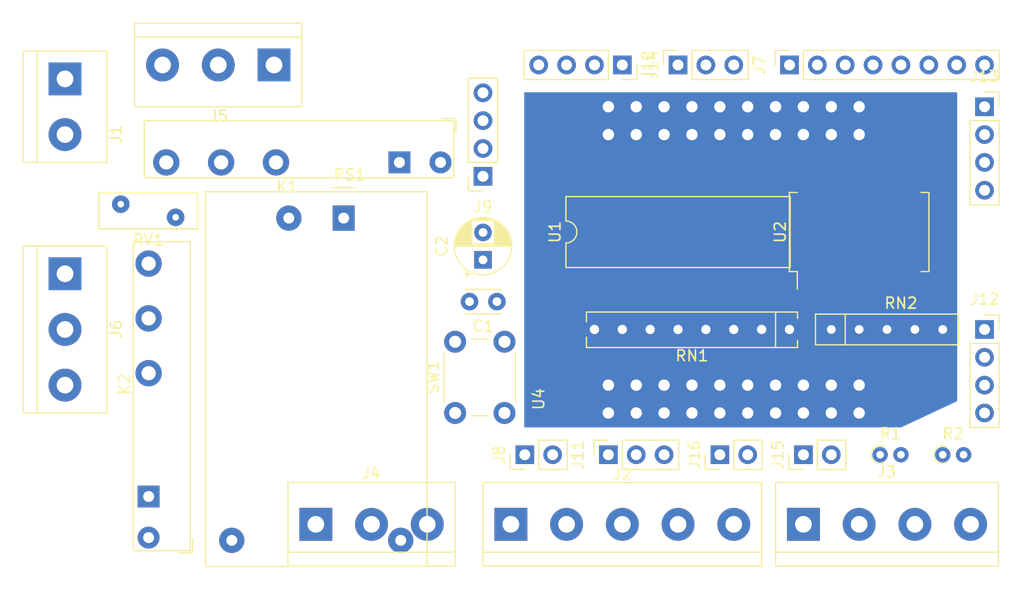
<source format=kicad_pcb>
(kicad_pcb (version 20171130) (host pcbnew "(5.1.0)-1")

  (general
    (thickness 1.6)
    (drawings 0)
    (tracks 0)
    (zones 0)
    (modules 30)
    (nets 65)
  )

  (page A4)
  (layers
    (0 F.Cu signal)
    (31 B.Cu signal)
    (32 B.Adhes user)
    (33 F.Adhes user)
    (34 B.Paste user)
    (35 F.Paste user)
    (36 B.SilkS user)
    (37 F.SilkS user)
    (38 B.Mask user)
    (39 F.Mask user)
    (40 Dwgs.User user)
    (41 Cmts.User user)
    (42 Eco1.User user)
    (43 Eco2.User user)
    (44 Edge.Cuts user)
    (45 Margin user)
    (46 B.CrtYd user)
    (47 F.CrtYd user)
    (48 B.Fab user)
    (49 F.Fab user)
  )

  (setup
    (last_trace_width 0.25)
    (trace_clearance 0.2)
    (zone_clearance 0.508)
    (zone_45_only no)
    (trace_min 0.2)
    (via_size 0.8)
    (via_drill 0.4)
    (via_min_size 0.4)
    (via_min_drill 0.3)
    (uvia_size 0.3)
    (uvia_drill 0.1)
    (uvias_allowed no)
    (uvia_min_size 0.2)
    (uvia_min_drill 0.1)
    (edge_width 0.05)
    (segment_width 0.2)
    (pcb_text_width 0.3)
    (pcb_text_size 1.5 1.5)
    (mod_edge_width 0.12)
    (mod_text_size 1 1)
    (mod_text_width 0.15)
    (pad_size 1.524 1.524)
    (pad_drill 0.762)
    (pad_to_mask_clearance 0.051)
    (solder_mask_min_width 0.25)
    (aux_axis_origin 0 0)
    (visible_elements 7FFFFFFF)
    (pcbplotparams
      (layerselection 0x010fc_ffffffff)
      (usegerberextensions false)
      (usegerberattributes false)
      (usegerberadvancedattributes false)
      (creategerberjobfile false)
      (excludeedgelayer true)
      (linewidth 0.100000)
      (plotframeref false)
      (viasonmask false)
      (mode 1)
      (useauxorigin false)
      (hpglpennumber 1)
      (hpglpenspeed 20)
      (hpglpendiameter 15.000000)
      (psnegative false)
      (psa4output false)
      (plotreference true)
      (plotvalue true)
      (plotinvisibletext false)
      (padsonsilk false)
      (subtractmaskfromsilk false)
      (outputformat 1)
      (mirror false)
      (drillshape 1)
      (scaleselection 1)
      (outputdirectory ""))
  )

  (net 0 "")
  (net 1 GND)
  (net 2 +5V)
  (net 3 "Net-(J2-Pad4)")
  (net 4 "Net-(J2-Pad1)")
  (net 5 "Net-(J2-Pad3)")
  (net 6 "Net-(J2-Pad2)")
  (net 7 "Net-(J3-Pad1)")
  (net 8 "Net-(J3-Pad3)")
  (net 9 "Net-(J14-Pad3)")
  (net 10 "Net-(J14-Pad1)")
  (net 11 "Net-(J5-Pad3)")
  (net 12 "Net-(J5-Pad2)")
  (net 13 "Net-(J5-Pad1)")
  (net 14 "Net-(J6-Pad3)")
  (net 15 "Net-(J6-Pad2)")
  (net 16 "Net-(J6-Pad1)")
  (net 17 "Net-(J7-Pad7)")
  (net 18 "Net-(J7-Pad6)")
  (net 19 "Net-(J7-Pad5)")
  (net 20 "Net-(J7-Pad4)")
  (net 21 "Net-(J7-Pad3)")
  (net 22 "Net-(J7-Pad2)")
  (net 23 "Net-(J8-Pad1)")
  (net 24 "Net-(J14-Pad2)")
  (net 25 "Net-(J10-Pad1)")
  (net 26 "Net-(J11-Pad3)")
  (net 27 "Net-(J11-Pad2)")
  (net 28 "Net-(J12-Pad4)")
  (net 29 "Net-(J12-Pad3)")
  (net 30 "Net-(J13-Pad4)")
  (net 31 "Net-(J13-Pad3)")
  (net 32 "Net-(J13-Pad2)")
  (net 33 "Net-(J13-Pad1)")
  (net 34 "Net-(J14-Pad4)")
  (net 35 "Net-(J15-Pad1)")
  (net 36 "Net-(J16-Pad2)")
  (net 37 "Net-(K1-PadA1)")
  (net 38 "Net-(K2-PadA2)")
  (net 39 "Net-(RN1-Pad8)")
  (net 40 "Net-(RN1-Pad7)")
  (net 41 "Net-(RN1-Pad6)")
  (net 42 "Net-(RN1-Pad5)")
  (net 43 "Net-(RN2-Pad5)")
  (net 44 "Net-(RN2-Pad4)")
  (net 45 "Net-(RN2-Pad3)")
  (net 46 "Net-(RN2-Pad2)")
  (net 47 "Net-(U2-Pad6)")
  (net 48 "Net-(U2-Pad5)")
  (net 49 "Net-(U2-Pad4)")
  (net 50 "Net-(U2-Pad3)")
  (net 51 "Net-(U2-Pad2)")
  (net 52 "Net-(U2-Pad1)")
  (net 53 "Net-(U4-Pad40)")
  (net 54 "Net-(U4-Pad39)")
  (net 55 "Net-(U4-Pad37)")
  (net 56 "Net-(U4-Pad33)")
  (net 57 "Net-(U4-Pad3)")
  (net 58 "Net-(U4-Pad17)")
  (net 59 "Net-(U4-Pad16)")
  (net 60 "Net-(U4-Pad19)")
  (net 61 "Net-(U4-Pad15)")
  (net 62 "Net-(U4-Pad20)")
  (net 63 "Net-(J1-Pad2)")
  (net 64 "Net-(J1-Pad1)")

  (net_class Default "This is the default net class."
    (clearance 0.2)
    (trace_width 0.25)
    (via_dia 0.8)
    (via_drill 0.4)
    (uvia_dia 0.3)
    (uvia_drill 0.1)
    (add_net +5V)
    (add_net GND)
    (add_net "Net-(J1-Pad1)")
    (add_net "Net-(J1-Pad2)")
    (add_net "Net-(J10-Pad1)")
    (add_net "Net-(J11-Pad2)")
    (add_net "Net-(J11-Pad3)")
    (add_net "Net-(J12-Pad3)")
    (add_net "Net-(J12-Pad4)")
    (add_net "Net-(J13-Pad1)")
    (add_net "Net-(J13-Pad2)")
    (add_net "Net-(J13-Pad3)")
    (add_net "Net-(J13-Pad4)")
    (add_net "Net-(J14-Pad1)")
    (add_net "Net-(J14-Pad2)")
    (add_net "Net-(J14-Pad3)")
    (add_net "Net-(J14-Pad4)")
    (add_net "Net-(J15-Pad1)")
    (add_net "Net-(J16-Pad2)")
    (add_net "Net-(J2-Pad1)")
    (add_net "Net-(J2-Pad2)")
    (add_net "Net-(J2-Pad3)")
    (add_net "Net-(J2-Pad4)")
    (add_net "Net-(J3-Pad1)")
    (add_net "Net-(J3-Pad3)")
    (add_net "Net-(J5-Pad1)")
    (add_net "Net-(J5-Pad2)")
    (add_net "Net-(J5-Pad3)")
    (add_net "Net-(J6-Pad1)")
    (add_net "Net-(J6-Pad2)")
    (add_net "Net-(J6-Pad3)")
    (add_net "Net-(J7-Pad2)")
    (add_net "Net-(J7-Pad3)")
    (add_net "Net-(J7-Pad4)")
    (add_net "Net-(J7-Pad5)")
    (add_net "Net-(J7-Pad6)")
    (add_net "Net-(J7-Pad7)")
    (add_net "Net-(J8-Pad1)")
    (add_net "Net-(K1-PadA1)")
    (add_net "Net-(K2-PadA2)")
    (add_net "Net-(RN1-Pad5)")
    (add_net "Net-(RN1-Pad6)")
    (add_net "Net-(RN1-Pad7)")
    (add_net "Net-(RN1-Pad8)")
    (add_net "Net-(RN2-Pad2)")
    (add_net "Net-(RN2-Pad3)")
    (add_net "Net-(RN2-Pad4)")
    (add_net "Net-(RN2-Pad5)")
    (add_net "Net-(U2-Pad1)")
    (add_net "Net-(U2-Pad2)")
    (add_net "Net-(U2-Pad3)")
    (add_net "Net-(U2-Pad4)")
    (add_net "Net-(U2-Pad5)")
    (add_net "Net-(U2-Pad6)")
    (add_net "Net-(U4-Pad15)")
    (add_net "Net-(U4-Pad16)")
    (add_net "Net-(U4-Pad17)")
    (add_net "Net-(U4-Pad19)")
    (add_net "Net-(U4-Pad20)")
    (add_net "Net-(U4-Pad3)")
    (add_net "Net-(U4-Pad33)")
    (add_net "Net-(U4-Pad37)")
    (add_net "Net-(U4-Pad39)")
    (add_net "Net-(U4-Pad40)")
  )

  (module TerminalBlock:TerminalBlock_bornier-2_P5.08mm (layer F.Cu) (tedit 59FF03AB) (tstamp 5CAE2BDE)
    (at 123.19 30.48 270)
    (descr "simple 2-pin terminal block, pitch 5.08mm, revamped version of bornier2")
    (tags "terminal block bornier2")
    (path /5CA5C60C)
    (fp_text reference J1 (at 5.05 -4.65 270) (layer F.SilkS)
      (effects (font (size 1 1) (thickness 0.15)))
    )
    (fp_text value 230v (at 5.08 5.08 270) (layer F.Fab)
      (effects (font (size 1 1) (thickness 0.15)))
    )
    (fp_line (start 7.79 4) (end -2.71 4) (layer F.CrtYd) (width 0.05))
    (fp_line (start 7.79 4) (end 7.79 -4) (layer F.CrtYd) (width 0.05))
    (fp_line (start -2.71 -4) (end -2.71 4) (layer F.CrtYd) (width 0.05))
    (fp_line (start -2.71 -4) (end 7.79 -4) (layer F.CrtYd) (width 0.05))
    (fp_line (start -2.54 3.81) (end 7.62 3.81) (layer F.SilkS) (width 0.12))
    (fp_line (start -2.54 -3.81) (end -2.54 3.81) (layer F.SilkS) (width 0.12))
    (fp_line (start 7.62 -3.81) (end -2.54 -3.81) (layer F.SilkS) (width 0.12))
    (fp_line (start 7.62 3.81) (end 7.62 -3.81) (layer F.SilkS) (width 0.12))
    (fp_line (start 7.62 2.54) (end -2.54 2.54) (layer F.SilkS) (width 0.12))
    (fp_line (start 7.54 -3.75) (end -2.46 -3.75) (layer F.Fab) (width 0.1))
    (fp_line (start 7.54 3.75) (end 7.54 -3.75) (layer F.Fab) (width 0.1))
    (fp_line (start -2.46 3.75) (end 7.54 3.75) (layer F.Fab) (width 0.1))
    (fp_line (start -2.46 -3.75) (end -2.46 3.75) (layer F.Fab) (width 0.1))
    (fp_line (start -2.41 2.55) (end 7.49 2.55) (layer F.Fab) (width 0.1))
    (fp_text user %R (at 5.08 0 270) (layer F.Fab)
      (effects (font (size 1 1) (thickness 0.15)))
    )
    (pad 2 thru_hole circle (at 5.08 0 270) (size 3 3) (drill 1.52) (layers *.Cu *.Mask)
      (net 63 "Net-(J1-Pad2)"))
    (pad 1 thru_hole rect (at 0 0 270) (size 3 3) (drill 1.52) (layers *.Cu *.Mask)
      (net 64 "Net-(J1-Pad1)"))
    (model ${KISYS3DMOD}/TerminalBlock.3dshapes/TerminalBlock_bornier-2_P5.08mm.wrl
      (offset (xyz 2.539999961853027 0 0))
      (scale (xyz 1 1 1))
      (rotate (xyz 0 0 0))
    )
  )

  (module Varistor:RV_Disc_D9mm_W3.3mm_P5mm (layer F.Cu) (tedit 5A0F68DF) (tstamp 5CAE2F8E)
    (at 128.27 41.91)
    (descr "Varistor, diameter 9mm, width 3.3mm, pitch 5mm")
    (tags "varistor SIOV")
    (path /5CA5BE6B)
    (fp_text reference RV1 (at 2.5 3.25) (layer F.SilkS)
      (effects (font (size 1 1) (thickness 0.15)))
    )
    (fp_text value Varistor (at 2.5 -2.05) (layer F.Fab)
      (effects (font (size 1 1) (thickness 0.15)))
    )
    (fp_line (start -2 -1.05) (end -2 2.25) (layer F.Fab) (width 0.1))
    (fp_line (start 7 -1.05) (end 7 2.25) (layer F.Fab) (width 0.1))
    (fp_line (start -2 -1.05) (end 7 -1.05) (layer F.Fab) (width 0.1))
    (fp_line (start -2 2.25) (end 7 2.25) (layer F.Fab) (width 0.1))
    (fp_line (start -2 -1.05) (end -2 2.25) (layer F.SilkS) (width 0.15))
    (fp_line (start 7 -1.05) (end 7 2.25) (layer F.SilkS) (width 0.15))
    (fp_line (start -2 -1.05) (end 7 -1.05) (layer F.SilkS) (width 0.15))
    (fp_line (start -2 2.25) (end 7 2.25) (layer F.SilkS) (width 0.15))
    (fp_line (start -2.25 -1.3) (end -2.25 2.5) (layer F.CrtYd) (width 0.05))
    (fp_line (start 7.25 -1.3) (end 7.25 2.5) (layer F.CrtYd) (width 0.05))
    (fp_line (start -2.25 -1.3) (end 7.25 -1.3) (layer F.CrtYd) (width 0.05))
    (fp_line (start -2.25 2.5) (end 7.25 2.5) (layer F.CrtYd) (width 0.05))
    (fp_text user %R (at -1.27 0) (layer F.Fab)
      (effects (font (size 1 1) (thickness 0.15)))
    )
    (pad 2 thru_hole circle (at 5 1.2) (size 1.6 1.6) (drill 0.6) (layers *.Cu *.Mask)
      (net 63 "Net-(J1-Pad2)"))
    (pad 1 thru_hole circle (at 0 0) (size 1.6 1.6) (drill 0.6) (layers *.Cu *.Mask)
      (net 64 "Net-(J1-Pad1)"))
    (model ${KISYS3DMOD}/Varistor.3dshapes/RV_Disc_D9mm_W3.3mm_P5mm.wrl
      (at (xyz 0 0 0))
      (scale (xyz 1 1 1))
      (rotate (xyz 0 0 0))
    )
  )

  (module Resistor_THT:R_Axial_DIN0204_L3.6mm_D1.6mm_P1.90mm_Vertical (layer F.Cu) (tedit 5AE5139B) (tstamp 5CAE2F11)
    (at 203.2 64.77)
    (descr "Resistor, Axial_DIN0204 series, Axial, Vertical, pin pitch=1.9mm, 0.167W, length*diameter=3.6*1.6mm^2, http://cdn-reichelt.de/documents/datenblatt/B400/1_4W%23YAG.pdf")
    (tags "Resistor Axial_DIN0204 series Axial Vertical pin pitch 1.9mm 0.167W length 3.6mm diameter 1.6mm")
    (path /5CAF455A)
    (fp_text reference R2 (at 0.95 -1.92) (layer F.SilkS)
      (effects (font (size 1 1) (thickness 0.15)))
    )
    (fp_text value 10k (at 0.95 1.92) (layer F.Fab)
      (effects (font (size 1 1) (thickness 0.15)))
    )
    (fp_text user %R (at 0.95 -1.92) (layer F.Fab)
      (effects (font (size 1 1) (thickness 0.15)))
    )
    (fp_line (start 2.86 -1.05) (end -1.05 -1.05) (layer F.CrtYd) (width 0.05))
    (fp_line (start 2.86 1.05) (end 2.86 -1.05) (layer F.CrtYd) (width 0.05))
    (fp_line (start -1.05 1.05) (end 2.86 1.05) (layer F.CrtYd) (width 0.05))
    (fp_line (start -1.05 -1.05) (end -1.05 1.05) (layer F.CrtYd) (width 0.05))
    (fp_line (start 0 0) (end 1.9 0) (layer F.Fab) (width 0.1))
    (fp_circle (center 0 0) (end 0.8 0) (layer F.Fab) (width 0.1))
    (fp_arc (start 0 0) (end 0.417133 -0.7) (angle -233.92106) (layer F.SilkS) (width 0.12))
    (pad 2 thru_hole oval (at 1.9 0) (size 1.4 1.4) (drill 0.7) (layers *.Cu *.Mask)
      (net 7 "Net-(J3-Pad1)"))
    (pad 1 thru_hole circle (at 0 0) (size 1.4 1.4) (drill 0.7) (layers *.Cu *.Mask)
      (net 2 +5V))
    (model ${KISYS3DMOD}/Resistor_THT.3dshapes/R_Axial_DIN0204_L3.6mm_D1.6mm_P1.90mm_Vertical.wrl
      (at (xyz 0 0 0))
      (scale (xyz 1 1 1))
      (rotate (xyz 0 0 0))
    )
  )

  (module Resistor_THT:R_Axial_DIN0204_L3.6mm_D1.6mm_P1.90mm_Vertical (layer F.Cu) (tedit 5AE5139B) (tstamp 5CAE2F03)
    (at 197.49 64.77)
    (descr "Resistor, Axial_DIN0204 series, Axial, Vertical, pin pitch=1.9mm, 0.167W, length*diameter=3.6*1.6mm^2, http://cdn-reichelt.de/documents/datenblatt/B400/1_4W%23YAG.pdf")
    (tags "Resistor Axial_DIN0204 series Axial Vertical pin pitch 1.9mm 0.167W length 3.6mm diameter 1.6mm")
    (path /5CAF3E81)
    (fp_text reference R1 (at 0.95 -1.92) (layer F.SilkS)
      (effects (font (size 1 1) (thickness 0.15)))
    )
    (fp_text value 10k (at 0.95 1.92) (layer F.Fab)
      (effects (font (size 1 1) (thickness 0.15)))
    )
    (fp_text user %R (at 0.95 -1.92) (layer F.Fab)
      (effects (font (size 1 1) (thickness 0.15)))
    )
    (fp_line (start 2.86 -1.05) (end -1.05 -1.05) (layer F.CrtYd) (width 0.05))
    (fp_line (start 2.86 1.05) (end 2.86 -1.05) (layer F.CrtYd) (width 0.05))
    (fp_line (start -1.05 1.05) (end 2.86 1.05) (layer F.CrtYd) (width 0.05))
    (fp_line (start -1.05 -1.05) (end -1.05 1.05) (layer F.CrtYd) (width 0.05))
    (fp_line (start 0 0) (end 1.9 0) (layer F.Fab) (width 0.1))
    (fp_circle (center 0 0) (end 0.8 0) (layer F.Fab) (width 0.1))
    (fp_arc (start 0 0) (end 0.417133 -0.7) (angle -233.92106) (layer F.SilkS) (width 0.12))
    (pad 2 thru_hole oval (at 1.9 0) (size 1.4 1.4) (drill 0.7) (layers *.Cu *.Mask)
      (net 8 "Net-(J3-Pad3)"))
    (pad 1 thru_hole circle (at 0 0) (size 1.4 1.4) (drill 0.7) (layers *.Cu *.Mask)
      (net 2 +5V))
    (model ${KISYS3DMOD}/Resistor_THT.3dshapes/R_Axial_DIN0204_L3.6mm_D1.6mm_P1.90mm_Vertical.wrl
      (at (xyz 0 0 0))
      (scale (xyz 1 1 1))
      (rotate (xyz 0 0 0))
    )
  )

  (module Converter_ACDC:Converter_ACDC_HiLink_HLK-PMxx (layer F.Cu) (tedit 5C1AC1CD) (tstamp 5CAE2EF5)
    (at 148.59 43.18 270)
    (descr "ACDC-Converter, 3W, HiLink, HLK-PMxx, THT, http://www.hlktech.net/product_detail.php?ProId=54")
    (tags "ACDC-Converter 3W THT HiLink board mount module")
    (path /5CA4E297)
    (fp_text reference PS1 (at -3.94 -0.55) (layer F.SilkS)
      (effects (font (size 1 1) (thickness 0.15)))
    )
    (fp_text value HLK-PM01 (at 15.79 13.85 270) (layer F.Fab)
      (effects (font (size 1 1) (thickness 0.15)))
    )
    (fp_line (start -2.79 -1) (end -2.79 1.01) (layer F.SilkS) (width 0.12))
    (fp_line (start 31.8 -7.6) (end -2.4 -7.6) (layer F.SilkS) (width 0.12))
    (fp_line (start 31.8 12.6) (end 31.8 -7.6) (layer F.SilkS) (width 0.12))
    (fp_line (start -2.4 12.6) (end 31.8 12.6) (layer F.SilkS) (width 0.12))
    (fp_line (start -2.4 -7.6) (end -2.4 12.6) (layer F.SilkS) (width 0.12))
    (fp_line (start -2.55 -7.75) (end -2.55 12.75) (layer F.CrtYd) (width 0.05))
    (fp_line (start 31.95 -7.75) (end -2.55 -7.75) (layer F.CrtYd) (width 0.05))
    (fp_line (start 31.95 12.75) (end 31.95 -7.75) (layer F.CrtYd) (width 0.05))
    (fp_line (start -2.55 12.75) (end 31.95 12.75) (layer F.CrtYd) (width 0.05))
    (fp_line (start -2.3 -1) (end -2.3 -7.5) (layer F.Fab) (width 0.1))
    (fp_line (start -2.29 -1) (end -1.29 0) (layer F.Fab) (width 0.1))
    (fp_line (start -1.29 0) (end -2.29 1) (layer F.Fab) (width 0.1))
    (fp_text user %R (at 14.68 1.17 270) (layer F.Fab)
      (effects (font (size 1 1) (thickness 0.15)))
    )
    (fp_line (start -2.3 -7.5) (end 31.7 -7.5) (layer F.Fab) (width 0.1))
    (fp_line (start -2.3 12.5) (end -2.3 0.99) (layer F.Fab) (width 0.1))
    (fp_line (start 31.7 12.5) (end 31.7 -7.5) (layer F.Fab) (width 0.1))
    (fp_line (start -2.3 12.5) (end 31.7 12.5) (layer F.Fab) (width 0.1))
    (pad 4 thru_hole circle (at 29.4 10.2 270) (size 2.3 2.3) (drill 1) (layers *.Cu *.Mask)
      (net 2 +5V))
    (pad 2 thru_hole circle (at 0 5 270) (size 2.3 2.3) (drill 1) (layers *.Cu *.Mask)
      (net 63 "Net-(J1-Pad2)"))
    (pad 1 thru_hole rect (at 0 0 270) (size 2.3 2) (drill 1) (layers *.Cu *.Mask)
      (net 64 "Net-(J1-Pad1)"))
    (pad 3 thru_hole circle (at 29.4 -5.2 270) (size 2.3 2.3) (drill 1) (layers *.Cu *.Mask)
      (net 1 GND))
    (model ${KISYS3DMOD}/Converter_ACDC.3dshapes/Converter_ACDC_HiLink_HLK-PMxx.wrl
      (at (xyz 0 0 0))
      (scale (xyz 1 1 1))
      (rotate (xyz 0 0 0))
    )
  )

  (module Package_SIP:SIP-8_19x3mm_P2.54mm (layer F.Cu) (tedit 5A0CB273) (tstamp 5CAC0717)
    (at 189.23 53.34 180)
    (descr "SIP 8-pin (http://www.njr.com/semicon/PDF/package/SIP8_E.pdf)")
    (tags SIP8)
    (path /5CA556D2)
    (fp_text reference RN1 (at 8.89 -2.4 180) (layer F.SilkS)
      (effects (font (size 1 1) (thickness 0.15)))
    )
    (fp_text value 4x330 (at 8.89 2.4 180) (layer F.Fab)
      (effects (font (size 1 1) (thickness 0.15)))
    )
    (fp_line (start -0.61 -1.53) (end -0.61 -0.5) (layer F.Fab) (width 0.1))
    (fp_line (start -0.61 0.5) (end -0.61 1.47) (layer F.Fab) (width 0.1))
    (fp_line (start 18.39 1.47) (end -0.61 1.47) (layer F.Fab) (width 0.1))
    (fp_line (start 18.39 -1.53) (end -0.61 -1.53) (layer F.Fab) (width 0.1))
    (fp_line (start 18.51 -1.65) (end 18.51 -0.7) (layer F.SilkS) (width 0.12))
    (fp_line (start -0.73 -1.65) (end -0.73 -1) (layer F.SilkS) (width 0.12))
    (fp_line (start 18.51 -1.65) (end -0.73 -1.65) (layer F.SilkS) (width 0.12))
    (fp_line (start 18.51 1.59) (end 18.51 0.7) (layer F.SilkS) (width 0.12))
    (fp_line (start -0.73 1.59) (end -0.73 1) (layer F.SilkS) (width 0.12))
    (fp_line (start 18.51 1.59) (end -0.73 1.59) (layer F.SilkS) (width 0.12))
    (fp_line (start 1.27 1.59) (end 1.27 -1.65) (layer F.SilkS) (width 0.12))
    (fp_line (start 18.39 -1.53) (end 18.39 1.47) (layer F.Fab) (width 0.1))
    (fp_line (start -0.98 -1.78) (end 18.76 -1.78) (layer F.CrtYd) (width 0.05))
    (fp_line (start 18.76 -1.78) (end 18.76 1.72) (layer F.CrtYd) (width 0.05))
    (fp_line (start 18.76 1.72) (end -0.98 1.72) (layer F.CrtYd) (width 0.05))
    (fp_line (start -0.98 1.72) (end -0.98 -1.78) (layer F.CrtYd) (width 0.05))
    (fp_line (start -0.61 -0.5) (end -0.11 0) (layer F.Fab) (width 0.1))
    (fp_line (start -0.11 0) (end -0.61 0.5) (layer F.Fab) (width 0.1))
    (fp_text user %R (at 8.89 0 180) (layer F.Fab)
      (effects (font (size 1 1) (thickness 0.15)))
    )
    (pad 8 thru_hole circle (at 17.78 0 270) (size 1.45 1.45) (drill 0.85) (layers *.Cu *.Mask)
      (net 39 "Net-(RN1-Pad8)"))
    (pad 7 thru_hole circle (at 15.24 0 270) (size 1.45 1.45) (drill 0.85) (layers *.Cu *.Mask)
      (net 40 "Net-(RN1-Pad7)"))
    (pad 6 thru_hole circle (at 12.7 0 270) (size 1.45 1.45) (drill 0.85) (layers *.Cu *.Mask)
      (net 41 "Net-(RN1-Pad6)"))
    (pad 5 thru_hole circle (at 10.16 0 270) (size 1.45 1.45) (drill 0.85) (layers *.Cu *.Mask)
      (net 42 "Net-(RN1-Pad5)"))
    (pad 4 thru_hole circle (at 7.62 0 270) (size 1.45 1.45) (drill 0.85) (layers *.Cu *.Mask)
      (net 3 "Net-(J2-Pad4)"))
    (pad 3 thru_hole circle (at 5.08 0 270) (size 1.45 1.45) (drill 0.85) (layers *.Cu *.Mask)
      (net 5 "Net-(J2-Pad3)"))
    (pad 2 thru_hole circle (at 2.54 0 270) (size 1.45 1.45) (drill 0.85) (layers *.Cu *.Mask)
      (net 6 "Net-(J2-Pad2)"))
    (pad 1 thru_hole rect (at 0 0 270) (size 1.45 1.45) (drill 0.85) (layers *.Cu *.Mask)
      (net 4 "Net-(J2-Pad1)"))
    (model ${KISYS3DMOD}/Package_SIP.3dshapes/SIP-8_19x3mm_P2.54mm.wrl
      (at (xyz 0 0 0))
      (scale (xyz 1 1 1))
      (rotate (xyz 0 0 0))
    )
    (model ${KISYS3DMOD}/Resistor_THT.3dshapes/R_Array_SIP8.wrl
      (at (xyz 0 0 0))
      (scale (xyz 1 1 1))
      (rotate (xyz 0 0 0))
    )
  )

  (module Package_SO:SOP-18_7.0x12.5mm_P1.27mm (layer F.Cu) (tedit 5A4D255D) (tstamp 5CABF0AC)
    (at 195.58 44.45 90)
    (descr " SOP, 18 Pin (https://toshiba.semicon-storage.com/info/docget.jsp?did=30523), generated with kicad-footprint-generator package_soic_sop.py")
    (tags "connector  SOP SOIC")
    (path /5CA5EA78)
    (attr smd)
    (fp_text reference U2 (at 0 -7.2 90) (layer F.SilkS)
      (effects (font (size 1 1) (thickness 0.15)))
    )
    (fp_text value ULN2803A (at 0 7.2 90) (layer F.Fab)
      (effects (font (size 1 1) (thickness 0.15)))
    )
    (fp_text user %R (at 0 5.55 90) (layer F.Fab)
      (effects (font (size 1 1) (thickness 0.15)))
    )
    (fp_line (start -5.48 6.5) (end -5.48 -6.5) (layer F.CrtYd) (width 0.05))
    (fp_line (start 5.48 6.5) (end -5.48 6.5) (layer F.CrtYd) (width 0.05))
    (fp_line (start 5.48 -6.5) (end 5.48 6.5) (layer F.CrtYd) (width 0.05))
    (fp_line (start -5.48 -6.5) (end 5.48 -6.5) (layer F.CrtYd) (width 0.05))
    (fp_line (start 3.61 6.36) (end 3.61 5.64) (layer F.SilkS) (width 0.12))
    (fp_line (start -3.61 6.36) (end 3.61 6.36) (layer F.SilkS) (width 0.12))
    (fp_line (start -3.61 5.64) (end -3.61 6.36) (layer F.SilkS) (width 0.12))
    (fp_line (start 3.61 -6.36) (end 3.61 -5.64) (layer F.SilkS) (width 0.12))
    (fp_line (start -3.61 -6.36) (end 3.61 -6.36) (layer F.SilkS) (width 0.12))
    (fp_line (start -3.61 -5.64) (end -3.61 -6.36) (layer F.SilkS) (width 0.12))
    (fp_line (start -5.225 -5.64) (end -3.61 -5.64) (layer F.SilkS) (width 0.12))
    (fp_line (start -3.5 -5.25) (end -2.5 -6.25) (layer F.Fab) (width 0.1))
    (fp_line (start -3.5 6.25) (end -3.5 -5.25) (layer F.Fab) (width 0.1))
    (fp_line (start 3.5 6.25) (end -3.5 6.25) (layer F.Fab) (width 0.1))
    (fp_line (start 3.5 -6.25) (end 3.5 6.25) (layer F.Fab) (width 0.1))
    (fp_line (start -2.5 -6.25) (end 3.5 -6.25) (layer F.Fab) (width 0.1))
    (pad 10 smd rect (at 4.3625 5.08 90) (size 1.725 0.6) (layers F.Cu F.Paste F.Mask)
      (net 2 +5V))
    (pad 11 smd rect (at 4.3625 3.81 90) (size 1.725 0.6) (layers F.Cu F.Paste F.Mask)
      (net 17 "Net-(J7-Pad7)"))
    (pad 12 smd rect (at 4.3625 2.54 90) (size 1.725 0.6) (layers F.Cu F.Paste F.Mask)
      (net 18 "Net-(J7-Pad6)"))
    (pad 13 smd rect (at 4.3625 1.27 90) (size 1.725 0.6) (layers F.Cu F.Paste F.Mask)
      (net 19 "Net-(J7-Pad5)"))
    (pad 14 smd rect (at 4.3625 0 90) (size 1.725 0.6) (layers F.Cu F.Paste F.Mask)
      (net 20 "Net-(J7-Pad4)"))
    (pad 15 smd rect (at 4.3625 -1.27 90) (size 1.725 0.6) (layers F.Cu F.Paste F.Mask)
      (net 21 "Net-(J7-Pad3)"))
    (pad 16 smd rect (at 4.3625 -2.54 90) (size 1.725 0.6) (layers F.Cu F.Paste F.Mask)
      (net 22 "Net-(J7-Pad2)"))
    (pad 17 smd rect (at 4.3625 -3.81 90) (size 1.725 0.6) (layers F.Cu F.Paste F.Mask)
      (net 38 "Net-(K2-PadA2)"))
    (pad 18 smd rect (at 4.3625 -5.08 90) (size 1.725 0.6) (layers F.Cu F.Paste F.Mask)
      (net 37 "Net-(K1-PadA1)"))
    (pad 9 smd rect (at -4.3625 5.08 90) (size 1.725 0.6) (layers F.Cu F.Paste F.Mask)
      (net 1 GND))
    (pad 8 smd rect (at -4.3625 3.81 90) (size 1.725 0.6) (layers F.Cu F.Paste F.Mask)
      (net 36 "Net-(J16-Pad2)"))
    (pad 7 smd rect (at -4.3625 2.54 90) (size 1.725 0.6) (layers F.Cu F.Paste F.Mask)
      (net 35 "Net-(J15-Pad1)"))
    (pad 6 smd rect (at -4.3625 1.27 90) (size 1.725 0.6) (layers F.Cu F.Paste F.Mask)
      (net 47 "Net-(U2-Pad6)"))
    (pad 5 smd rect (at -4.3625 0 90) (size 1.725 0.6) (layers F.Cu F.Paste F.Mask)
      (net 48 "Net-(U2-Pad5)"))
    (pad 4 smd rect (at -4.3625 -1.27 90) (size 1.725 0.6) (layers F.Cu F.Paste F.Mask)
      (net 49 "Net-(U2-Pad4)"))
    (pad 3 smd rect (at -4.3625 -2.54 90) (size 1.725 0.6) (layers F.Cu F.Paste F.Mask)
      (net 50 "Net-(U2-Pad3)"))
    (pad 2 smd rect (at -4.3625 -3.81 90) (size 1.725 0.6) (layers F.Cu F.Paste F.Mask)
      (net 51 "Net-(U2-Pad2)"))
    (pad 1 smd rect (at -4.3625 -5.08 90) (size 1.725 0.6) (layers F.Cu F.Paste F.Mask)
      (net 52 "Net-(U2-Pad1)"))
    (model ${KISYS3DMOD}/Package_SO.3dshapes/SOP-18_7.0x12.5mm_P1.27mm.wrl
      (at (xyz 0 0 0))
      (scale (xyz 1 1 1))
      (rotate (xyz 0 0 0))
    )
  )

  (module Package_DIP:SMDIP-16_W9.53mm (layer F.Cu) (tedit 5A02E8C5) (tstamp 5CABCC73)
    (at 179.07 44.45 90)
    (descr "16-lead surface-mounted (SMD) DIP package, row spacing 9.53 mm (375 mils)")
    (tags "SMD DIP DIL PDIP SMDIP 2.54mm 9.53mm 375mil")
    (path /5D16FB94)
    (attr smd)
    (fp_text reference U1 (at 0 -11.22 90) (layer F.SilkS)
      (effects (font (size 1 1) (thickness 0.15)))
    )
    (fp_text value LTV-847S (at 0 11.22 90) (layer F.Fab)
      (effects (font (size 1 1) (thickness 0.15)))
    )
    (fp_text user %R (at 0 0 90) (layer F.Fab)
      (effects (font (size 1 1) (thickness 0.15)))
    )
    (fp_line (start 6.05 -10.45) (end -6.05 -10.45) (layer F.CrtYd) (width 0.05))
    (fp_line (start 6.05 10.45) (end 6.05 -10.45) (layer F.CrtYd) (width 0.05))
    (fp_line (start -6.05 10.45) (end 6.05 10.45) (layer F.CrtYd) (width 0.05))
    (fp_line (start -6.05 -10.45) (end -6.05 10.45) (layer F.CrtYd) (width 0.05))
    (fp_line (start 3.235 -10.22) (end 1 -10.22) (layer F.SilkS) (width 0.12))
    (fp_line (start 3.235 10.22) (end 3.235 -10.22) (layer F.SilkS) (width 0.12))
    (fp_line (start -3.235 10.22) (end 3.235 10.22) (layer F.SilkS) (width 0.12))
    (fp_line (start -3.235 -10.22) (end -3.235 10.22) (layer F.SilkS) (width 0.12))
    (fp_line (start -1 -10.22) (end -3.235 -10.22) (layer F.SilkS) (width 0.12))
    (fp_line (start -3.175 -9.16) (end -2.175 -10.16) (layer F.Fab) (width 0.1))
    (fp_line (start -3.175 10.16) (end -3.175 -9.16) (layer F.Fab) (width 0.1))
    (fp_line (start 3.175 10.16) (end -3.175 10.16) (layer F.Fab) (width 0.1))
    (fp_line (start 3.175 -10.16) (end 3.175 10.16) (layer F.Fab) (width 0.1))
    (fp_line (start -2.175 -10.16) (end 3.175 -10.16) (layer F.Fab) (width 0.1))
    (fp_arc (start 0 -10.22) (end -1 -10.22) (angle -180) (layer F.SilkS) (width 0.12))
    (pad 16 smd rect (at 4.765 -8.89 90) (size 2 1.78) (layers F.Cu F.Paste F.Mask)
      (net 46 "Net-(RN2-Pad2)"))
    (pad 8 smd rect (at -4.765 8.89 90) (size 2 1.78) (layers F.Cu F.Paste F.Mask)
      (net 1 GND))
    (pad 15 smd rect (at 4.765 -6.35 90) (size 2 1.78) (layers F.Cu F.Paste F.Mask)
      (net 1 GND))
    (pad 7 smd rect (at -4.765 6.35 90) (size 2 1.78) (layers F.Cu F.Paste F.Mask)
      (net 42 "Net-(RN1-Pad5)"))
    (pad 14 smd rect (at 4.765 -3.81 90) (size 2 1.78) (layers F.Cu F.Paste F.Mask)
      (net 45 "Net-(RN2-Pad3)"))
    (pad 6 smd rect (at -4.765 3.81 90) (size 2 1.78) (layers F.Cu F.Paste F.Mask)
      (net 1 GND))
    (pad 13 smd rect (at 4.765 -1.27 90) (size 2 1.78) (layers F.Cu F.Paste F.Mask)
      (net 1 GND))
    (pad 5 smd rect (at -4.765 1.27 90) (size 2 1.78) (layers F.Cu F.Paste F.Mask)
      (net 41 "Net-(RN1-Pad6)"))
    (pad 12 smd rect (at 4.765 1.27 90) (size 2 1.78) (layers F.Cu F.Paste F.Mask)
      (net 44 "Net-(RN2-Pad4)"))
    (pad 4 smd rect (at -4.765 -1.27 90) (size 2 1.78) (layers F.Cu F.Paste F.Mask)
      (net 1 GND))
    (pad 11 smd rect (at 4.765 3.81 90) (size 2 1.78) (layers F.Cu F.Paste F.Mask)
      (net 1 GND))
    (pad 3 smd rect (at -4.765 -3.81 90) (size 2 1.78) (layers F.Cu F.Paste F.Mask)
      (net 40 "Net-(RN1-Pad7)"))
    (pad 10 smd rect (at 4.765 6.35 90) (size 2 1.78) (layers F.Cu F.Paste F.Mask)
      (net 43 "Net-(RN2-Pad5)"))
    (pad 2 smd rect (at -4.765 -6.35 90) (size 2 1.78) (layers F.Cu F.Paste F.Mask)
      (net 1 GND))
    (pad 9 smd rect (at 4.765 8.89 90) (size 2 1.78) (layers F.Cu F.Paste F.Mask)
      (net 1 GND))
    (pad 1 smd rect (at -4.765 -8.89 90) (size 2 1.78) (layers F.Cu F.Paste F.Mask)
      (net 39 "Net-(RN1-Pad8)"))
    (model ${KISYS3DMOD}/Package_DIP.3dshapes/SMDIP-16_W9.53mm.wrl
      (at (xyz 0 0 0))
      (scale (xyz 1 1 1))
      (rotate (xyz 0 0 0))
    )
  )

  (module conucos:MODULE_ESP32-DEVKIT-32D-ConucoMini (layer F.Cu) (tedit 5CAA1902) (tstamp 5CAB64B2)
    (at 163.83 62.23 90)
    (path /5CAB14E3)
    (fp_text reference U4 (at 2.54 2.54 90) (layer F.SilkS)
      (effects (font (size 1 1) (thickness 0.15)))
    )
    (fp_text value ESP32-DEVKITC-32D-Conuco_Mini (at 19.05 2.54 90) (layer F.Fab)
      (effects (font (size 1 1) (thickness 0.15)))
    )
    (fp_poly (pts (xy 0 36.83) (xy 1.27 36.83) (xy 1.27 38.1) (xy 0 38.1)) (layer F.Fab) (width 0.1))
    (fp_poly (pts (xy 3.81 35.56) (xy 3.81 39.37) (xy 1.27 39.37) (xy 1.27 35.56)) (layer Dwgs.User) (width 0.1))
    (fp_poly (pts (xy 6.50875 29.21) (xy 8.73125 29.21) (xy 8.73125 31.75) (xy 6.50875 31.75)) (layer F.Fab) (width 0.1))
    (fp_poly (pts (xy 11.43 39.37) (xy 11.43 36.83) (xy 19.05 36.83) (xy 19.05 41.91)
      (xy 11.43 41.91)) (layer B.CrtYd) (width 0.1))
    (fp_poly (pts (xy 0 1.27) (xy 30.48 1.27) (xy 30.48 40.64) (xy 2.38125 40.64)
      (xy 0 35.56) (xy 0 12.7)) (layer B.Cu) (width 0.1))
    (fp_poly (pts (xy 7.62 8.255) (xy 7.62 26.67) (xy 22.86 26.67) (xy 22.86 8.255)) (layer Dwgs.User) (width 0.1))
    (fp_poly (pts (xy 5.715 1.27) (xy 5.715 26.67) (xy 24.765 26.67) (xy 24.765 1.27)) (layer B.CrtYd) (width 0.1))
    (pad 40 thru_hole circle (at 26.67 31.75 90) (size 1.56 1.56) (drill 1.04) (layers *.Cu *.Mask)
      (net 53 "Net-(U4-Pad40)"))
    (pad 39 thru_hole circle (at 29.21 31.75 90) (size 1.56 1.56) (drill 1.04) (layers *.Cu *.Mask)
      (net 54 "Net-(U4-Pad39)"))
    (pad 38 thru_hole circle (at 26.67 29.21 90) (size 1.56 1.56) (drill 1.04) (layers *.Cu *.Mask)
      (net 32 "Net-(J13-Pad2)"))
    (pad 37 thru_hole circle (at 29.21 29.21 90) (size 1.56 1.56) (drill 1.04) (layers *.Cu *.Mask)
      (net 55 "Net-(U4-Pad37)"))
    (pad 36 thru_hole circle (at 26.67 26.67 90) (size 1.56 1.56) (drill 1.04) (layers *.Cu *.Mask)
      (net 2 +5V))
    (pad 35 thru_hole circle (at 29.21 26.67 90) (size 1.56 1.56) (drill 1.04) (layers *.Cu *.Mask)
      (net 25 "Net-(J10-Pad1)"))
    (pad 34 thru_hole circle (at 26.67 24.13 90) (size 1.56 1.56) (drill 1.04) (layers *.Cu *.Mask)
      (net 1 GND))
    (pad 33 thru_hole circle (at 29.21 24.13 90) (size 1.56 1.56) (drill 1.04) (layers *.Cu *.Mask)
      (net 56 "Net-(U4-Pad33)"))
    (pad 32 thru_hole circle (at 26.67 21.59 90) (size 1.56 1.56) (drill 1.04) (layers *.Cu *.Mask)
      (net 47 "Net-(U2-Pad6)"))
    (pad 31 thru_hole circle (at 29.21 21.59 90) (size 1.56 1.56) (drill 1.04) (layers *.Cu *.Mask)
      (net 10 "Net-(J14-Pad1)"))
    (pad 5 thru_hole circle (at 1.27 13.97 90) (size 1.56 1.56) (drill 1.04) (layers *.Cu *.Mask)
      (net 45 "Net-(RN2-Pad3)"))
    (pad 30 thru_hole circle (at 26.67 19.05 90) (size 1.56 1.56) (drill 1.04) (layers *.Cu *.Mask)
      (net 48 "Net-(U2-Pad5)"))
    (pad 2 thru_hole circle (at 3.81 8.89 90) (size 1.56 1.56) (drill 1.04) (layers *.Cu *.Mask)
      (net 23 "Net-(J8-Pad1)"))
    (pad 8 thru_hole circle (at 3.81 16.51 90) (size 1.56 1.56) (drill 1.04) (layers *.Cu *.Mask)
      (net 49 "Net-(U2-Pad4)"))
    (pad 21 thru_hole circle (at 29.21 8.89 90) (size 1.56 1.56) (drill 1.04) (layers *.Cu *.Mask)
      (net 1 GND))
    (pad 26 thru_hole circle (at 26.67 13.97 90) (size 1.56 1.56) (drill 1.04) (layers *.Cu *.Mask)
      (net 36 "Net-(J16-Pad2)"))
    (pad 1 thru_hole rect (at 1.27 8.89 90) (size 1.56 1.56) (drill 1.04) (layers *.Cu *.Mask)
      (net 1 GND))
    (pad 3 thru_hole circle (at 1.27 11.43 90) (size 1.56 1.56) (drill 1.04) (layers *.Cu *.Mask)
      (net 57 "Net-(U4-Pad3)"))
    (pad 17 thru_hole circle (at 1.27 29.21 90) (size 1.56 1.56) (drill 1.04) (layers *.Cu *.Mask)
      (net 58 "Net-(U4-Pad17)"))
    (pad 13 thru_hole circle (at 1.27 24.13 90) (size 1.56 1.56) (drill 1.04) (layers *.Cu *.Mask)
      (net 30 "Net-(J13-Pad4)"))
    (pad 23 thru_hole circle (at 29.21 11.43 90) (size 1.56 1.56) (drill 1.04) (layers *.Cu *.Mask)
      (net 9 "Net-(J14-Pad3)"))
    (pad 27 thru_hole circle (at 29.21 16.51 90) (size 1.56 1.56) (drill 1.04) (layers *.Cu *.Mask)
      (net 24 "Net-(J14-Pad2)"))
    (pad 16 thru_hole circle (at 3.81 26.67 90) (size 1.56 1.56) (drill 1.04) (layers *.Cu *.Mask)
      (net 59 "Net-(U4-Pad16)"))
    (pad 24 thru_hole circle (at 26.67 11.43 90) (size 1.56 1.56) (drill 1.04) (layers *.Cu *.Mask)
      (net 26 "Net-(J11-Pad3)"))
    (pad 12 thru_hole circle (at 3.81 21.59 90) (size 1.56 1.56) (drill 1.04) (layers *.Cu *.Mask)
      (net 51 "Net-(U2-Pad2)"))
    (pad 19 thru_hole circle (at 1.27 31.75 90) (size 1.56 1.56) (drill 1.04) (layers *.Cu *.Mask)
      (net 60 "Net-(U4-Pad19)"))
    (pad 9 thru_hole circle (at 1.27 19.05 90) (size 1.56 1.56) (drill 1.04) (layers *.Cu *.Mask)
      (net 34 "Net-(J14-Pad4)"))
    (pad 29 thru_hole circle (at 29.21 19.05 90) (size 1.56 1.56) (drill 1.04) (layers *.Cu *.Mask)
      (net 33 "Net-(J13-Pad1)"))
    (pad 4 thru_hole circle (at 3.81 11.43 90) (size 1.56 1.56) (drill 1.04) (layers *.Cu *.Mask)
      (net 46 "Net-(RN2-Pad2)"))
    (pad 18 thru_hole circle (at 3.81 29.21 90) (size 1.56 1.56) (drill 1.04) (layers *.Cu *.Mask)
      (net 31 "Net-(J13-Pad3)"))
    (pad 14 thru_hole circle (at 3.81 24.13 90) (size 1.56 1.56) (drill 1.04) (layers *.Cu *.Mask)
      (net 52 "Net-(U2-Pad1)"))
    (pad 15 thru_hole circle (at 1.27 26.67 90) (size 1.56 1.56) (drill 1.04) (layers *.Cu *.Mask)
      (net 61 "Net-(U4-Pad15)"))
    (pad 22 thru_hole circle (at 26.67 8.89 90) (size 1.56 1.56) (drill 1.04) (layers *.Cu *.Mask)
      (net 27 "Net-(J11-Pad2)"))
    (pad 25 thru_hole circle (at 29.21 13.97 90) (size 1.56 1.56) (drill 1.04) (layers *.Cu *.Mask)
      (net 8 "Net-(J3-Pad3)"))
    (pad 20 thru_hole circle (at 3.81 31.75 90) (size 1.56 1.56) (drill 1.04) (layers *.Cu *.Mask)
      (net 62 "Net-(U4-Pad20)"))
    (pad 28 thru_hole circle (at 26.67 16.51 90) (size 1.56 1.56) (drill 1.04) (layers *.Cu *.Mask)
      (net 35 "Net-(J15-Pad1)"))
    (pad 10 thru_hole circle (at 3.81 19.05 90) (size 1.56 1.56) (drill 1.04) (layers *.Cu *.Mask)
      (net 50 "Net-(U2-Pad3)"))
    (pad 7 thru_hole circle (at 1.27 16.51 90) (size 1.56 1.56) (drill 1.04) (layers *.Cu *.Mask)
      (net 44 "Net-(RN2-Pad4)"))
    (pad 6 thru_hole circle (at 3.81 13.97 90) (size 1.56 1.56) (drill 1.04) (layers *.Cu *.Mask)
      (net 7 "Net-(J3-Pad1)"))
    (pad 11 thru_hole circle (at 1.27 21.59 90) (size 1.56 1.56) (drill 1.04) (layers *.Cu *.Mask)
      (net 43 "Net-(RN2-Pad5)"))
    (model C:/PROYECTOS/PCB/Kicad/conuco2.wrl
      (at (xyz 0 0 0))
      (scale (xyz 1 1 1))
      (rotate (xyz 0 0 0))
    )
  )

  (module Button_Switch_THT:SW_PUSH_6mm_H8mm (layer F.Cu) (tedit 5A02FE31) (tstamp 5CAB6435)
    (at 158.75 60.96 90)
    (descr "tactile push button, 6x6mm e.g. PHAP33xx series, height=8mm")
    (tags "tact sw push 6mm")
    (path /5CBF7A8F)
    (fp_text reference SW1 (at 3.25 -2 90) (layer F.SilkS)
      (effects (font (size 1 1) (thickness 0.15)))
    )
    (fp_text value RST (at 3.75 6.7 90) (layer F.Fab)
      (effects (font (size 1 1) (thickness 0.15)))
    )
    (fp_circle (center 3.25 2.25) (end 1.25 2.5) (layer F.Fab) (width 0.1))
    (fp_line (start 6.75 3) (end 6.75 1.5) (layer F.SilkS) (width 0.12))
    (fp_line (start 5.5 -1) (end 1 -1) (layer F.SilkS) (width 0.12))
    (fp_line (start -0.25 1.5) (end -0.25 3) (layer F.SilkS) (width 0.12))
    (fp_line (start 1 5.5) (end 5.5 5.5) (layer F.SilkS) (width 0.12))
    (fp_line (start 8 -1.25) (end 8 5.75) (layer F.CrtYd) (width 0.05))
    (fp_line (start 7.75 6) (end -1.25 6) (layer F.CrtYd) (width 0.05))
    (fp_line (start -1.5 5.75) (end -1.5 -1.25) (layer F.CrtYd) (width 0.05))
    (fp_line (start -1.25 -1.5) (end 7.75 -1.5) (layer F.CrtYd) (width 0.05))
    (fp_line (start -1.5 6) (end -1.25 6) (layer F.CrtYd) (width 0.05))
    (fp_line (start -1.5 5.75) (end -1.5 6) (layer F.CrtYd) (width 0.05))
    (fp_line (start -1.5 -1.5) (end -1.25 -1.5) (layer F.CrtYd) (width 0.05))
    (fp_line (start -1.5 -1.25) (end -1.5 -1.5) (layer F.CrtYd) (width 0.05))
    (fp_line (start 8 -1.5) (end 8 -1.25) (layer F.CrtYd) (width 0.05))
    (fp_line (start 7.75 -1.5) (end 8 -1.5) (layer F.CrtYd) (width 0.05))
    (fp_line (start 8 6) (end 8 5.75) (layer F.CrtYd) (width 0.05))
    (fp_line (start 7.75 6) (end 8 6) (layer F.CrtYd) (width 0.05))
    (fp_line (start 0.25 -0.75) (end 3.25 -0.75) (layer F.Fab) (width 0.1))
    (fp_line (start 0.25 5.25) (end 0.25 -0.75) (layer F.Fab) (width 0.1))
    (fp_line (start 6.25 5.25) (end 0.25 5.25) (layer F.Fab) (width 0.1))
    (fp_line (start 6.25 -0.75) (end 6.25 5.25) (layer F.Fab) (width 0.1))
    (fp_line (start 3.25 -0.75) (end 6.25 -0.75) (layer F.Fab) (width 0.1))
    (fp_text user %R (at 3.25 2.25 90) (layer F.Fab)
      (effects (font (size 1 1) (thickness 0.15)))
    )
    (pad 1 thru_hole circle (at 6.5 0 180) (size 2 2) (drill 1.1) (layers *.Cu *.Mask)
      (net 23 "Net-(J8-Pad1)"))
    (pad 2 thru_hole circle (at 6.5 4.5 180) (size 2 2) (drill 1.1) (layers *.Cu *.Mask)
      (net 1 GND))
    (pad 1 thru_hole circle (at 0 0 180) (size 2 2) (drill 1.1) (layers *.Cu *.Mask)
      (net 23 "Net-(J8-Pad1)"))
    (pad 2 thru_hole circle (at 0 4.5 180) (size 2 2) (drill 1.1) (layers *.Cu *.Mask)
      (net 1 GND))
    (model ${KISYS3DMOD}/Button_Switch_THT.3dshapes/SW_PUSH_6mm_H8mm.wrl
      (at (xyz 0 0 0))
      (scale (xyz 1 1 1))
      (rotate (xyz 0 0 0))
    )
  )

  (module Resistor_THT:R_Array_SIP5 (layer F.Cu) (tedit 5A14249F) (tstamp 5CAB6403)
    (at 193.04 53.34)
    (descr "5-pin Resistor SIP pack")
    (tags R)
    (path /5CA52ADB)
    (fp_text reference RN2 (at 6.35 -2.4) (layer F.SilkS)
      (effects (font (size 1 1) (thickness 0.15)))
    )
    (fp_text value 4x10K (at 6.35 2.4) (layer F.Fab)
      (effects (font (size 1 1) (thickness 0.15)))
    )
    (fp_line (start 11.9 -1.65) (end -1.7 -1.65) (layer F.CrtYd) (width 0.05))
    (fp_line (start 11.9 1.65) (end 11.9 -1.65) (layer F.CrtYd) (width 0.05))
    (fp_line (start -1.7 1.65) (end 11.9 1.65) (layer F.CrtYd) (width 0.05))
    (fp_line (start -1.7 -1.65) (end -1.7 1.65) (layer F.CrtYd) (width 0.05))
    (fp_line (start 1.27 -1.4) (end 1.27 1.4) (layer F.SilkS) (width 0.12))
    (fp_line (start 11.6 -1.4) (end -1.44 -1.4) (layer F.SilkS) (width 0.12))
    (fp_line (start 11.6 1.4) (end 11.6 -1.4) (layer F.SilkS) (width 0.12))
    (fp_line (start -1.44 1.4) (end 11.6 1.4) (layer F.SilkS) (width 0.12))
    (fp_line (start -1.44 -1.4) (end -1.44 1.4) (layer F.SilkS) (width 0.12))
    (fp_line (start 1.27 -1.25) (end 1.27 1.25) (layer F.Fab) (width 0.1))
    (fp_line (start 11.45 -1.25) (end -1.29 -1.25) (layer F.Fab) (width 0.1))
    (fp_line (start 11.45 1.25) (end 11.45 -1.25) (layer F.Fab) (width 0.1))
    (fp_line (start -1.29 1.25) (end 11.45 1.25) (layer F.Fab) (width 0.1))
    (fp_line (start -1.29 -1.25) (end -1.29 1.25) (layer F.Fab) (width 0.1))
    (fp_text user %R (at 5.08 0) (layer F.Fab)
      (effects (font (size 1 1) (thickness 0.15)))
    )
    (pad 5 thru_hole oval (at 10.16 0) (size 1.6 1.6) (drill 0.8) (layers *.Cu *.Mask)
      (net 43 "Net-(RN2-Pad5)"))
    (pad 4 thru_hole oval (at 7.62 0) (size 1.6 1.6) (drill 0.8) (layers *.Cu *.Mask)
      (net 44 "Net-(RN2-Pad4)"))
    (pad 3 thru_hole oval (at 5.08 0) (size 1.6 1.6) (drill 0.8) (layers *.Cu *.Mask)
      (net 45 "Net-(RN2-Pad3)"))
    (pad 2 thru_hole oval (at 2.54 0) (size 1.6 1.6) (drill 0.8) (layers *.Cu *.Mask)
      (net 46 "Net-(RN2-Pad2)"))
    (pad 1 thru_hole rect (at 0 0) (size 1.6 1.6) (drill 0.8) (layers *.Cu *.Mask)
      (net 2 +5V))
    (model ${KISYS3DMOD}/Resistor_THT.3dshapes/R_Array_SIP5.wrl
      (at (xyz 0 0 0))
      (scale (xyz 1 1 1))
      (rotate (xyz 0 0 0))
    )
  )

  (module Relay_THT:Relay_SPDT_Finder_34.51_Vertical (layer F.Cu) (tedit 5A634DFF) (tstamp 5CAB63B6)
    (at 130.81 68.58 90)
    (descr "Relay SPDT, Finder Type34.51, vertical/standing form, see https://gfinder.findernet.com/public/attachments/34/EN/S34USAEN.pdf")
    (tags "Relay SPDT Finder")
    (path /5CA5FFB1)
    (fp_text reference K2 (at 10.25 -2.2 90) (layer F.SilkS)
      (effects (font (size 1 1) (thickness 0.15)))
    )
    (fp_text value FINDER-34.51 (at 9.15 4.8 90) (layer F.Fab)
      (effects (font (size 1 1) (thickness 0.15)))
    )
    (fp_line (start 23.4 3.95) (end -5.1 3.95) (layer F.CrtYd) (width 0.05))
    (fp_line (start 23.4 3.95) (end 23.4 -1.55) (layer F.CrtYd) (width 0.05))
    (fp_line (start -5.1 -1.55) (end -5.1 3.95) (layer F.CrtYd) (width 0.05))
    (fp_line (start -5.1 -1.55) (end 23.4 -1.55) (layer F.CrtYd) (width 0.05))
    (fp_line (start 23.15 3.7) (end -3.85 3.7) (layer F.Fab) (width 0.12))
    (fp_line (start -3.85 3.7) (end -4.85 2.7) (layer F.Fab) (width 0.12))
    (fp_line (start -4.85 2.7) (end -4.85 -1.3) (layer F.Fab) (width 0.12))
    (fp_line (start -4.85 -1.3) (end 23.15 -1.3) (layer F.Fab) (width 0.12))
    (fp_line (start 23.15 -1.3) (end 23.15 3.7) (layer F.Fab) (width 0.12))
    (fp_line (start -4.95 -1.4) (end 23.25 -1.4) (layer F.SilkS) (width 0.12))
    (fp_line (start 23.25 -1.4) (end 23.25 3.8) (layer F.SilkS) (width 0.12))
    (fp_line (start 23.25 3.8) (end -4.95 3.8) (layer F.SilkS) (width 0.12))
    (fp_line (start -4.95 3.8) (end -4.95 -1.4) (layer F.SilkS) (width 0.12))
    (fp_text user %R (at 10.25 2.4 90) (layer F.Fab)
      (effects (font (size 1 1) (thickness 0.15)))
    )
    (fp_line (start -3.85 4) (end -5.15 4) (layer F.SilkS) (width 0.12))
    (fp_line (start -5.15 4) (end -5.15 2.7) (layer F.SilkS) (width 0.12))
    (pad A2 thru_hole circle (at -3.75 0 90) (size 2 2) (drill 1) (layers *.Cu *.Mask)
      (net 38 "Net-(K2-PadA2)"))
    (pad A1 thru_hole rect (at 0 0 90) (size 2 2) (drill 1) (layers *.Cu *.Mask)
      (net 2 +5V))
    (pad 12 thru_hole circle (at 11.25 0 90) (size 2.4 2.4) (drill 1.3) (layers *.Cu *.Mask)
      (net 14 "Net-(J6-Pad3)"))
    (pad 11 thru_hole circle (at 16.25 0 90) (size 2.4 2.4) (drill 1.3) (layers *.Cu *.Mask)
      (net 15 "Net-(J6-Pad2)"))
    (pad 14 thru_hole circle (at 21.25 0 90) (size 2.4 2.4) (drill 1.3) (layers *.Cu *.Mask)
      (net 16 "Net-(J6-Pad1)"))
    (model ${KISYS3DMOD}/Relay_THT.3dshapes/Relay_SPDT_Finder_34.51_Vertical.wrl
      (at (xyz 0 0 0))
      (scale (xyz 1 1 1))
      (rotate (xyz 0 0 0))
    )
  )

  (module Relay_THT:Relay_SPDT_Finder_34.51_Vertical (layer F.Cu) (tedit 5A634DFF) (tstamp 5CAB639D)
    (at 153.67 38.1 180)
    (descr "Relay SPDT, Finder Type34.51, vertical/standing form, see https://gfinder.findernet.com/public/attachments/34/EN/S34USAEN.pdf")
    (tags "Relay SPDT Finder")
    (path /5CA610C2)
    (fp_text reference K1 (at 10.25 -2.2 180) (layer F.SilkS)
      (effects (font (size 1 1) (thickness 0.15)))
    )
    (fp_text value FINDER-34.51 (at 9.15 4.8 180) (layer F.Fab)
      (effects (font (size 1 1) (thickness 0.15)))
    )
    (fp_line (start 23.4 3.95) (end -5.1 3.95) (layer F.CrtYd) (width 0.05))
    (fp_line (start 23.4 3.95) (end 23.4 -1.55) (layer F.CrtYd) (width 0.05))
    (fp_line (start -5.1 -1.55) (end -5.1 3.95) (layer F.CrtYd) (width 0.05))
    (fp_line (start -5.1 -1.55) (end 23.4 -1.55) (layer F.CrtYd) (width 0.05))
    (fp_line (start 23.15 3.7) (end -3.85 3.7) (layer F.Fab) (width 0.12))
    (fp_line (start -3.85 3.7) (end -4.85 2.7) (layer F.Fab) (width 0.12))
    (fp_line (start -4.85 2.7) (end -4.85 -1.3) (layer F.Fab) (width 0.12))
    (fp_line (start -4.85 -1.3) (end 23.15 -1.3) (layer F.Fab) (width 0.12))
    (fp_line (start 23.15 -1.3) (end 23.15 3.7) (layer F.Fab) (width 0.12))
    (fp_line (start -4.95 -1.4) (end 23.25 -1.4) (layer F.SilkS) (width 0.12))
    (fp_line (start 23.25 -1.4) (end 23.25 3.8) (layer F.SilkS) (width 0.12))
    (fp_line (start 23.25 3.8) (end -4.95 3.8) (layer F.SilkS) (width 0.12))
    (fp_line (start -4.95 3.8) (end -4.95 -1.4) (layer F.SilkS) (width 0.12))
    (fp_text user %R (at 10.25 2.4 180) (layer F.Fab)
      (effects (font (size 1 1) (thickness 0.15)))
    )
    (fp_line (start -3.85 4) (end -5.15 4) (layer F.SilkS) (width 0.12))
    (fp_line (start -5.15 4) (end -5.15 2.7) (layer F.SilkS) (width 0.12))
    (pad A2 thru_hole circle (at -3.75 0 180) (size 2 2) (drill 1) (layers *.Cu *.Mask)
      (net 2 +5V))
    (pad A1 thru_hole rect (at 0 0 180) (size 2 2) (drill 1) (layers *.Cu *.Mask)
      (net 37 "Net-(K1-PadA1)"))
    (pad 12 thru_hole circle (at 11.25 0 180) (size 2.4 2.4) (drill 1.3) (layers *.Cu *.Mask)
      (net 13 "Net-(J5-Pad1)"))
    (pad 11 thru_hole circle (at 16.25 0 180) (size 2.4 2.4) (drill 1.3) (layers *.Cu *.Mask)
      (net 12 "Net-(J5-Pad2)"))
    (pad 14 thru_hole circle (at 21.25 0 180) (size 2.4 2.4) (drill 1.3) (layers *.Cu *.Mask)
      (net 11 "Net-(J5-Pad3)"))
    (model ${KISYS3DMOD}/Relay_THT.3dshapes/Relay_SPDT_Finder_34.51_Vertical.wrl
      (at (xyz 0 0 0))
      (scale (xyz 1 1 1))
      (rotate (xyz 0 0 0))
    )
  )

  (module Connector_PinHeader_2.54mm:PinHeader_1x02_P2.54mm_Vertical (layer F.Cu) (tedit 59FED5CC) (tstamp 5CAB6384)
    (at 182.88 64.77 90)
    (descr "Through hole straight pin header, 1x02, 2.54mm pitch, single row")
    (tags "Through hole pin header THT 1x02 2.54mm single row")
    (path /5CEA59B1)
    (fp_text reference J16 (at 0 -2.33 90) (layer F.SilkS)
      (effects (font (size 1 1) (thickness 0.15)))
    )
    (fp_text value SCL (at 0 4.87 90) (layer F.Fab)
      (effects (font (size 1 1) (thickness 0.15)))
    )
    (fp_text user %R (at 0 1.27 180) (layer F.Fab)
      (effects (font (size 1 1) (thickness 0.15)))
    )
    (fp_line (start 1.8 -1.8) (end -1.8 -1.8) (layer F.CrtYd) (width 0.05))
    (fp_line (start 1.8 4.35) (end 1.8 -1.8) (layer F.CrtYd) (width 0.05))
    (fp_line (start -1.8 4.35) (end 1.8 4.35) (layer F.CrtYd) (width 0.05))
    (fp_line (start -1.8 -1.8) (end -1.8 4.35) (layer F.CrtYd) (width 0.05))
    (fp_line (start -1.33 -1.33) (end 0 -1.33) (layer F.SilkS) (width 0.12))
    (fp_line (start -1.33 0) (end -1.33 -1.33) (layer F.SilkS) (width 0.12))
    (fp_line (start -1.33 1.27) (end 1.33 1.27) (layer F.SilkS) (width 0.12))
    (fp_line (start 1.33 1.27) (end 1.33 3.87) (layer F.SilkS) (width 0.12))
    (fp_line (start -1.33 1.27) (end -1.33 3.87) (layer F.SilkS) (width 0.12))
    (fp_line (start -1.33 3.87) (end 1.33 3.87) (layer F.SilkS) (width 0.12))
    (fp_line (start -1.27 -0.635) (end -0.635 -1.27) (layer F.Fab) (width 0.1))
    (fp_line (start -1.27 3.81) (end -1.27 -0.635) (layer F.Fab) (width 0.1))
    (fp_line (start 1.27 3.81) (end -1.27 3.81) (layer F.Fab) (width 0.1))
    (fp_line (start 1.27 -1.27) (end 1.27 3.81) (layer F.Fab) (width 0.1))
    (fp_line (start -0.635 -1.27) (end 1.27 -1.27) (layer F.Fab) (width 0.1))
    (pad 2 thru_hole oval (at 0 2.54 90) (size 1.7 1.7) (drill 1) (layers *.Cu *.Mask)
      (net 36 "Net-(J16-Pad2)"))
    (pad 1 thru_hole rect (at 0 0 90) (size 1.7 1.7) (drill 1) (layers *.Cu *.Mask)
      (net 29 "Net-(J12-Pad3)"))
    (model ${KISYS3DMOD}/Connector_PinHeader_2.54mm.3dshapes/PinHeader_1x02_P2.54mm_Vertical.wrl
      (at (xyz 0 0 0))
      (scale (xyz 1 1 1))
      (rotate (xyz 0 0 0))
    )
  )

  (module Connector_PinHeader_2.54mm:PinHeader_1x02_P2.54mm_Vertical (layer F.Cu) (tedit 59FED5CC) (tstamp 5CAB636E)
    (at 190.5 64.77 90)
    (descr "Through hole straight pin header, 1x02, 2.54mm pitch, single row")
    (tags "Through hole pin header THT 1x02 2.54mm single row")
    (path /5CEA333E)
    (fp_text reference J15 (at 0 -2.33 90) (layer F.SilkS)
      (effects (font (size 1 1) (thickness 0.15)))
    )
    (fp_text value SDA (at 0 7.41 90) (layer F.Fab)
      (effects (font (size 1 1) (thickness 0.15)))
    )
    (fp_text user %R (at 0 1.27 180) (layer F.Fab)
      (effects (font (size 1 1) (thickness 0.15)))
    )
    (fp_line (start 1.8 -1.8) (end -1.8 -1.8) (layer F.CrtYd) (width 0.05))
    (fp_line (start 1.8 4.35) (end 1.8 -1.8) (layer F.CrtYd) (width 0.05))
    (fp_line (start -1.8 4.35) (end 1.8 4.35) (layer F.CrtYd) (width 0.05))
    (fp_line (start -1.8 -1.8) (end -1.8 4.35) (layer F.CrtYd) (width 0.05))
    (fp_line (start -1.33 -1.33) (end 0 -1.33) (layer F.SilkS) (width 0.12))
    (fp_line (start -1.33 0) (end -1.33 -1.33) (layer F.SilkS) (width 0.12))
    (fp_line (start -1.33 1.27) (end 1.33 1.27) (layer F.SilkS) (width 0.12))
    (fp_line (start 1.33 1.27) (end 1.33 3.87) (layer F.SilkS) (width 0.12))
    (fp_line (start -1.33 1.27) (end -1.33 3.87) (layer F.SilkS) (width 0.12))
    (fp_line (start -1.33 3.87) (end 1.33 3.87) (layer F.SilkS) (width 0.12))
    (fp_line (start -1.27 -0.635) (end -0.635 -1.27) (layer F.Fab) (width 0.1))
    (fp_line (start -1.27 3.81) (end -1.27 -0.635) (layer F.Fab) (width 0.1))
    (fp_line (start 1.27 3.81) (end -1.27 3.81) (layer F.Fab) (width 0.1))
    (fp_line (start 1.27 -1.27) (end 1.27 3.81) (layer F.Fab) (width 0.1))
    (fp_line (start -0.635 -1.27) (end 1.27 -1.27) (layer F.Fab) (width 0.1))
    (pad 2 thru_hole oval (at 0 2.54 90) (size 1.7 1.7) (drill 1) (layers *.Cu *.Mask)
      (net 28 "Net-(J12-Pad4)"))
    (pad 1 thru_hole rect (at 0 0 90) (size 1.7 1.7) (drill 1) (layers *.Cu *.Mask)
      (net 35 "Net-(J15-Pad1)"))
    (model ${KISYS3DMOD}/Connector_PinHeader_2.54mm.3dshapes/PinHeader_1x02_P2.54mm_Vertical.wrl
      (at (xyz 0 0 0))
      (scale (xyz 1 1 1))
      (rotate (xyz 0 0 0))
    )
  )

  (module Connector_PinSocket_2.54mm:PinSocket_1x04_P2.54mm_Vertical (layer F.Cu) (tedit 5A19A429) (tstamp 5CAB6358)
    (at 173.99 29.21 270)
    (descr "Through hole straight socket strip, 1x04, 2.54mm pitch, single row (from Kicad 4.0.7), script generated")
    (tags "Through hole socket strip THT 1x04 2.54mm single row")
    (path /5CBA01DE)
    (fp_text reference J14 (at 0 -2.77 270) (layer F.SilkS)
      (effects (font (size 1 1) (thickness 0.15)))
    )
    (fp_text value Touch (at 0 10.39 270) (layer F.Fab)
      (effects (font (size 1 1) (thickness 0.15)))
    )
    (fp_text user %R (at 0 3.81) (layer F.Fab)
      (effects (font (size 1 1) (thickness 0.15)))
    )
    (fp_line (start -1.8 9.4) (end -1.8 -1.8) (layer F.CrtYd) (width 0.05))
    (fp_line (start 1.75 9.4) (end -1.8 9.4) (layer F.CrtYd) (width 0.05))
    (fp_line (start 1.75 -1.8) (end 1.75 9.4) (layer F.CrtYd) (width 0.05))
    (fp_line (start -1.8 -1.8) (end 1.75 -1.8) (layer F.CrtYd) (width 0.05))
    (fp_line (start 0 -1.33) (end 1.33 -1.33) (layer F.SilkS) (width 0.12))
    (fp_line (start 1.33 -1.33) (end 1.33 0) (layer F.SilkS) (width 0.12))
    (fp_line (start 1.33 1.27) (end 1.33 8.95) (layer F.SilkS) (width 0.12))
    (fp_line (start -1.33 8.95) (end 1.33 8.95) (layer F.SilkS) (width 0.12))
    (fp_line (start -1.33 1.27) (end -1.33 8.95) (layer F.SilkS) (width 0.12))
    (fp_line (start -1.33 1.27) (end 1.33 1.27) (layer F.SilkS) (width 0.12))
    (fp_line (start -1.27 8.89) (end -1.27 -1.27) (layer F.Fab) (width 0.1))
    (fp_line (start 1.27 8.89) (end -1.27 8.89) (layer F.Fab) (width 0.1))
    (fp_line (start 1.27 -0.635) (end 1.27 8.89) (layer F.Fab) (width 0.1))
    (fp_line (start 0.635 -1.27) (end 1.27 -0.635) (layer F.Fab) (width 0.1))
    (fp_line (start -1.27 -1.27) (end 0.635 -1.27) (layer F.Fab) (width 0.1))
    (pad 4 thru_hole oval (at 0 7.62 270) (size 1.7 1.7) (drill 1) (layers *.Cu *.Mask)
      (net 34 "Net-(J14-Pad4)"))
    (pad 3 thru_hole oval (at 0 5.08 270) (size 1.7 1.7) (drill 1) (layers *.Cu *.Mask)
      (net 9 "Net-(J14-Pad3)"))
    (pad 2 thru_hole oval (at 0 2.54 270) (size 1.7 1.7) (drill 1) (layers *.Cu *.Mask)
      (net 24 "Net-(J14-Pad2)"))
    (pad 1 thru_hole rect (at 0 0 270) (size 1.7 1.7) (drill 1) (layers *.Cu *.Mask)
      (net 10 "Net-(J14-Pad1)"))
    (model ${KISYS3DMOD}/Connector_PinSocket_2.54mm.3dshapes/PinSocket_1x04_P2.54mm_Vertical.wrl
      (at (xyz 0 0 0))
      (scale (xyz 1 1 1))
      (rotate (xyz 0 0 0))
    )
  )

  (module Connector_PinSocket_2.54mm:PinSocket_1x04_P2.54mm_Vertical (layer F.Cu) (tedit 5A19A429) (tstamp 5CAB6340)
    (at 207.01 33.02)
    (descr "Through hole straight socket strip, 1x04, 2.54mm pitch, single row (from Kicad 4.0.7), script generated")
    (tags "Through hole socket strip THT 1x04 2.54mm single row")
    (path /5CA79F50)
    (fp_text reference J13 (at 0 -2.77) (layer F.SilkS)
      (effects (font (size 1 1) (thickness 0.15)))
    )
    (fp_text value SPI (at 0 10.39) (layer F.Fab)
      (effects (font (size 1 1) (thickness 0.15)))
    )
    (fp_text user %R (at 0 3.81 90) (layer F.Fab)
      (effects (font (size 1 1) (thickness 0.15)))
    )
    (fp_line (start -1.8 9.4) (end -1.8 -1.8) (layer F.CrtYd) (width 0.05))
    (fp_line (start 1.75 9.4) (end -1.8 9.4) (layer F.CrtYd) (width 0.05))
    (fp_line (start 1.75 -1.8) (end 1.75 9.4) (layer F.CrtYd) (width 0.05))
    (fp_line (start -1.8 -1.8) (end 1.75 -1.8) (layer F.CrtYd) (width 0.05))
    (fp_line (start 0 -1.33) (end 1.33 -1.33) (layer F.SilkS) (width 0.12))
    (fp_line (start 1.33 -1.33) (end 1.33 0) (layer F.SilkS) (width 0.12))
    (fp_line (start 1.33 1.27) (end 1.33 8.95) (layer F.SilkS) (width 0.12))
    (fp_line (start -1.33 8.95) (end 1.33 8.95) (layer F.SilkS) (width 0.12))
    (fp_line (start -1.33 1.27) (end -1.33 8.95) (layer F.SilkS) (width 0.12))
    (fp_line (start -1.33 1.27) (end 1.33 1.27) (layer F.SilkS) (width 0.12))
    (fp_line (start -1.27 8.89) (end -1.27 -1.27) (layer F.Fab) (width 0.1))
    (fp_line (start 1.27 8.89) (end -1.27 8.89) (layer F.Fab) (width 0.1))
    (fp_line (start 1.27 -0.635) (end 1.27 8.89) (layer F.Fab) (width 0.1))
    (fp_line (start 0.635 -1.27) (end 1.27 -0.635) (layer F.Fab) (width 0.1))
    (fp_line (start -1.27 -1.27) (end 0.635 -1.27) (layer F.Fab) (width 0.1))
    (pad 4 thru_hole oval (at 0 7.62) (size 1.7 1.7) (drill 1) (layers *.Cu *.Mask)
      (net 30 "Net-(J13-Pad4)"))
    (pad 3 thru_hole oval (at 0 5.08) (size 1.7 1.7) (drill 1) (layers *.Cu *.Mask)
      (net 31 "Net-(J13-Pad3)"))
    (pad 2 thru_hole oval (at 0 2.54) (size 1.7 1.7) (drill 1) (layers *.Cu *.Mask)
      (net 32 "Net-(J13-Pad2)"))
    (pad 1 thru_hole rect (at 0 0) (size 1.7 1.7) (drill 1) (layers *.Cu *.Mask)
      (net 33 "Net-(J13-Pad1)"))
    (model ${KISYS3DMOD}/Connector_PinSocket_2.54mm.3dshapes/PinSocket_1x04_P2.54mm_Vertical.wrl
      (at (xyz 0 0 0))
      (scale (xyz 1 1 1))
      (rotate (xyz 0 0 0))
    )
  )

  (module Connector_PinSocket_2.54mm:PinSocket_1x04_P2.54mm_Vertical (layer F.Cu) (tedit 5A19A429) (tstamp 5CAB6328)
    (at 207.01 53.34)
    (descr "Through hole straight socket strip, 1x04, 2.54mm pitch, single row (from Kicad 4.0.7), script generated")
    (tags "Through hole socket strip THT 1x04 2.54mm single row")
    (path /5CD363D3)
    (fp_text reference J12 (at 0 -2.77) (layer F.SilkS)
      (effects (font (size 1 1) (thickness 0.15)))
    )
    (fp_text value I2C (at 0 10.39) (layer F.Fab)
      (effects (font (size 1 1) (thickness 0.15)))
    )
    (fp_text user %R (at 0 3.81 90) (layer F.Fab)
      (effects (font (size 1 1) (thickness 0.15)))
    )
    (fp_line (start -1.8 9.4) (end -1.8 -1.8) (layer F.CrtYd) (width 0.05))
    (fp_line (start 1.75 9.4) (end -1.8 9.4) (layer F.CrtYd) (width 0.05))
    (fp_line (start 1.75 -1.8) (end 1.75 9.4) (layer F.CrtYd) (width 0.05))
    (fp_line (start -1.8 -1.8) (end 1.75 -1.8) (layer F.CrtYd) (width 0.05))
    (fp_line (start 0 -1.33) (end 1.33 -1.33) (layer F.SilkS) (width 0.12))
    (fp_line (start 1.33 -1.33) (end 1.33 0) (layer F.SilkS) (width 0.12))
    (fp_line (start 1.33 1.27) (end 1.33 8.95) (layer F.SilkS) (width 0.12))
    (fp_line (start -1.33 8.95) (end 1.33 8.95) (layer F.SilkS) (width 0.12))
    (fp_line (start -1.33 1.27) (end -1.33 8.95) (layer F.SilkS) (width 0.12))
    (fp_line (start -1.33 1.27) (end 1.33 1.27) (layer F.SilkS) (width 0.12))
    (fp_line (start -1.27 8.89) (end -1.27 -1.27) (layer F.Fab) (width 0.1))
    (fp_line (start 1.27 8.89) (end -1.27 8.89) (layer F.Fab) (width 0.1))
    (fp_line (start 1.27 -0.635) (end 1.27 8.89) (layer F.Fab) (width 0.1))
    (fp_line (start 0.635 -1.27) (end 1.27 -0.635) (layer F.Fab) (width 0.1))
    (fp_line (start -1.27 -1.27) (end 0.635 -1.27) (layer F.Fab) (width 0.1))
    (pad 4 thru_hole oval (at 0 7.62) (size 1.7 1.7) (drill 1) (layers *.Cu *.Mask)
      (net 28 "Net-(J12-Pad4)"))
    (pad 3 thru_hole oval (at 0 5.08) (size 1.7 1.7) (drill 1) (layers *.Cu *.Mask)
      (net 29 "Net-(J12-Pad3)"))
    (pad 2 thru_hole oval (at 0 2.54) (size 1.7 1.7) (drill 1) (layers *.Cu *.Mask)
      (net 2 +5V))
    (pad 1 thru_hole rect (at 0 0) (size 1.7 1.7) (drill 1) (layers *.Cu *.Mask)
      (net 1 GND))
    (model ${KISYS3DMOD}/Connector_PinSocket_2.54mm.3dshapes/PinSocket_1x04_P2.54mm_Vertical.wrl
      (at (xyz 0 0 0))
      (scale (xyz 1 1 1))
      (rotate (xyz 0 0 0))
    )
  )

  (module Connector_PinSocket_2.54mm:PinSocket_1x03_P2.54mm_Vertical (layer F.Cu) (tedit 5A19A429) (tstamp 5CAB6310)
    (at 172.72 64.77 90)
    (descr "Through hole straight socket strip, 1x03, 2.54mm pitch, single row (from Kicad 4.0.7), script generated")
    (tags "Through hole socket strip THT 1x03 2.54mm single row")
    (path /5CD02307)
    (fp_text reference J11 (at 0 -2.77 90) (layer F.SilkS)
      (effects (font (size 1 1) (thickness 0.15)))
    )
    (fp_text value Serial (at 0 7.85 90) (layer F.Fab)
      (effects (font (size 1 1) (thickness 0.15)))
    )
    (fp_text user %R (at 0 2.54 180) (layer F.Fab)
      (effects (font (size 1 1) (thickness 0.15)))
    )
    (fp_line (start -1.8 6.85) (end -1.8 -1.8) (layer F.CrtYd) (width 0.05))
    (fp_line (start 1.75 6.85) (end -1.8 6.85) (layer F.CrtYd) (width 0.05))
    (fp_line (start 1.75 -1.8) (end 1.75 6.85) (layer F.CrtYd) (width 0.05))
    (fp_line (start -1.8 -1.8) (end 1.75 -1.8) (layer F.CrtYd) (width 0.05))
    (fp_line (start 0 -1.33) (end 1.33 -1.33) (layer F.SilkS) (width 0.12))
    (fp_line (start 1.33 -1.33) (end 1.33 0) (layer F.SilkS) (width 0.12))
    (fp_line (start 1.33 1.27) (end 1.33 6.41) (layer F.SilkS) (width 0.12))
    (fp_line (start -1.33 6.41) (end 1.33 6.41) (layer F.SilkS) (width 0.12))
    (fp_line (start -1.33 1.27) (end -1.33 6.41) (layer F.SilkS) (width 0.12))
    (fp_line (start -1.33 1.27) (end 1.33 1.27) (layer F.SilkS) (width 0.12))
    (fp_line (start -1.27 6.35) (end -1.27 -1.27) (layer F.Fab) (width 0.1))
    (fp_line (start 1.27 6.35) (end -1.27 6.35) (layer F.Fab) (width 0.1))
    (fp_line (start 1.27 -0.635) (end 1.27 6.35) (layer F.Fab) (width 0.1))
    (fp_line (start 0.635 -1.27) (end 1.27 -0.635) (layer F.Fab) (width 0.1))
    (fp_line (start -1.27 -1.27) (end 0.635 -1.27) (layer F.Fab) (width 0.1))
    (pad 3 thru_hole oval (at 0 5.08 90) (size 1.7 1.7) (drill 1) (layers *.Cu *.Mask)
      (net 26 "Net-(J11-Pad3)"))
    (pad 2 thru_hole oval (at 0 2.54 90) (size 1.7 1.7) (drill 1) (layers *.Cu *.Mask)
      (net 27 "Net-(J11-Pad2)"))
    (pad 1 thru_hole rect (at 0 0 90) (size 1.7 1.7) (drill 1) (layers *.Cu *.Mask)
      (net 1 GND))
    (model ${KISYS3DMOD}/Connector_PinSocket_2.54mm.3dshapes/PinSocket_1x03_P2.54mm_Vertical.wrl
      (at (xyz 0 0 0))
      (scale (xyz 1 1 1))
      (rotate (xyz 0 0 0))
    )
  )

  (module Connector_PinSocket_2.54mm:PinSocket_1x03_P2.54mm_Vertical (layer F.Cu) (tedit 5A19A429) (tstamp 5CAB62F9)
    (at 179.07 29.21 90)
    (descr "Through hole straight socket strip, 1x03, 2.54mm pitch, single row (from Kicad 4.0.7), script generated")
    (tags "Through hole socket strip THT 1x03 2.54mm single row")
    (path /5CC39613)
    (fp_text reference J10 (at 0 -2.77 90) (layer F.SilkS)
      (effects (font (size 1 1) (thickness 0.15)))
    )
    (fp_text value TX433 (at 0 7.85 90) (layer F.Fab)
      (effects (font (size 1 1) (thickness 0.15)))
    )
    (fp_text user %R (at 0 2.54 180) (layer F.Fab)
      (effects (font (size 1 1) (thickness 0.15)))
    )
    (fp_line (start -1.8 6.85) (end -1.8 -1.8) (layer F.CrtYd) (width 0.05))
    (fp_line (start 1.75 6.85) (end -1.8 6.85) (layer F.CrtYd) (width 0.05))
    (fp_line (start 1.75 -1.8) (end 1.75 6.85) (layer F.CrtYd) (width 0.05))
    (fp_line (start -1.8 -1.8) (end 1.75 -1.8) (layer F.CrtYd) (width 0.05))
    (fp_line (start 0 -1.33) (end 1.33 -1.33) (layer F.SilkS) (width 0.12))
    (fp_line (start 1.33 -1.33) (end 1.33 0) (layer F.SilkS) (width 0.12))
    (fp_line (start 1.33 1.27) (end 1.33 6.41) (layer F.SilkS) (width 0.12))
    (fp_line (start -1.33 6.41) (end 1.33 6.41) (layer F.SilkS) (width 0.12))
    (fp_line (start -1.33 1.27) (end -1.33 6.41) (layer F.SilkS) (width 0.12))
    (fp_line (start -1.33 1.27) (end 1.33 1.27) (layer F.SilkS) (width 0.12))
    (fp_line (start -1.27 6.35) (end -1.27 -1.27) (layer F.Fab) (width 0.1))
    (fp_line (start 1.27 6.35) (end -1.27 6.35) (layer F.Fab) (width 0.1))
    (fp_line (start 1.27 -0.635) (end 1.27 6.35) (layer F.Fab) (width 0.1))
    (fp_line (start 0.635 -1.27) (end 1.27 -0.635) (layer F.Fab) (width 0.1))
    (fp_line (start -1.27 -1.27) (end 0.635 -1.27) (layer F.Fab) (width 0.1))
    (pad 3 thru_hole oval (at 0 5.08 90) (size 1.7 1.7) (drill 1) (layers *.Cu *.Mask)
      (net 1 GND))
    (pad 2 thru_hole oval (at 0 2.54 90) (size 1.7 1.7) (drill 1) (layers *.Cu *.Mask)
      (net 2 +5V))
    (pad 1 thru_hole rect (at 0 0 90) (size 1.7 1.7) (drill 1) (layers *.Cu *.Mask)
      (net 25 "Net-(J10-Pad1)"))
    (model ${KISYS3DMOD}/Connector_PinSocket_2.54mm.3dshapes/PinSocket_1x03_P2.54mm_Vertical.wrl
      (at (xyz 0 0 0))
      (scale (xyz 1 1 1))
      (rotate (xyz 0 0 0))
    )
  )

  (module Connector_PinSocket_2.54mm:PinSocket_1x04_P2.54mm_Vertical (layer F.Cu) (tedit 5A19A429) (tstamp 5CAB62E2)
    (at 161.29 39.37 180)
    (descr "Through hole straight socket strip, 1x04, 2.54mm pitch, single row (from Kicad 4.0.7), script generated")
    (tags "Through hole socket strip THT 1x04 2.54mm single row")
    (path /5CBF26B0)
    (fp_text reference J9 (at 0 -2.77 180) (layer F.SilkS)
      (effects (font (size 1 1) (thickness 0.15)))
    )
    (fp_text value RX433 (at 0 10.39 180) (layer F.Fab)
      (effects (font (size 1 1) (thickness 0.15)))
    )
    (fp_text user %R (at 0 3.81 270) (layer F.Fab)
      (effects (font (size 1 1) (thickness 0.15)))
    )
    (fp_line (start -1.8 9.4) (end -1.8 -1.8) (layer F.CrtYd) (width 0.05))
    (fp_line (start 1.75 9.4) (end -1.8 9.4) (layer F.CrtYd) (width 0.05))
    (fp_line (start 1.75 -1.8) (end 1.75 9.4) (layer F.CrtYd) (width 0.05))
    (fp_line (start -1.8 -1.8) (end 1.75 -1.8) (layer F.CrtYd) (width 0.05))
    (fp_line (start 0 -1.33) (end 1.33 -1.33) (layer F.SilkS) (width 0.12))
    (fp_line (start 1.33 -1.33) (end 1.33 0) (layer F.SilkS) (width 0.12))
    (fp_line (start 1.33 1.27) (end 1.33 8.95) (layer F.SilkS) (width 0.12))
    (fp_line (start -1.33 8.95) (end 1.33 8.95) (layer F.SilkS) (width 0.12))
    (fp_line (start -1.33 1.27) (end -1.33 8.95) (layer F.SilkS) (width 0.12))
    (fp_line (start -1.33 1.27) (end 1.33 1.27) (layer F.SilkS) (width 0.12))
    (fp_line (start -1.27 8.89) (end -1.27 -1.27) (layer F.Fab) (width 0.1))
    (fp_line (start 1.27 8.89) (end -1.27 8.89) (layer F.Fab) (width 0.1))
    (fp_line (start 1.27 -0.635) (end 1.27 8.89) (layer F.Fab) (width 0.1))
    (fp_line (start 0.635 -1.27) (end 1.27 -0.635) (layer F.Fab) (width 0.1))
    (fp_line (start -1.27 -1.27) (end 0.635 -1.27) (layer F.Fab) (width 0.1))
    (pad 4 thru_hole oval (at 0 7.62 180) (size 1.7 1.7) (drill 1) (layers *.Cu *.Mask)
      (net 1 GND))
    (pad 3 thru_hole oval (at 0 5.08 180) (size 1.7 1.7) (drill 1) (layers *.Cu *.Mask)
      (net 24 "Net-(J14-Pad2)"))
    (pad 2 thru_hole oval (at 0 2.54 180) (size 1.7 1.7) (drill 1) (layers *.Cu *.Mask)
      (net 24 "Net-(J14-Pad2)"))
    (pad 1 thru_hole rect (at 0 0 180) (size 1.7 1.7) (drill 1) (layers *.Cu *.Mask)
      (net 2 +5V))
    (model ${KISYS3DMOD}/Connector_PinSocket_2.54mm.3dshapes/PinSocket_1x04_P2.54mm_Vertical.wrl
      (at (xyz 0 0 0))
      (scale (xyz 1 1 1))
      (rotate (xyz 0 0 0))
    )
  )

  (module Connector_PinHeader_2.54mm:PinHeader_1x02_P2.54mm_Vertical (layer F.Cu) (tedit 59FED5CC) (tstamp 5CAB62CA)
    (at 165.1 64.77 90)
    (descr "Through hole straight pin header, 1x02, 2.54mm pitch, single row")
    (tags "Through hole pin header THT 1x02 2.54mm single row")
    (path /5CBC469B)
    (fp_text reference J8 (at 0 -2.33 90) (layer F.SilkS)
      (effects (font (size 1 1) (thickness 0.15)))
    )
    (fp_text value RST (at 0 4.87 90) (layer F.Fab)
      (effects (font (size 1 1) (thickness 0.15)))
    )
    (fp_text user %R (at 0 1.27 180) (layer F.Fab)
      (effects (font (size 1 1) (thickness 0.15)))
    )
    (fp_line (start 1.8 -1.8) (end -1.8 -1.8) (layer F.CrtYd) (width 0.05))
    (fp_line (start 1.8 4.35) (end 1.8 -1.8) (layer F.CrtYd) (width 0.05))
    (fp_line (start -1.8 4.35) (end 1.8 4.35) (layer F.CrtYd) (width 0.05))
    (fp_line (start -1.8 -1.8) (end -1.8 4.35) (layer F.CrtYd) (width 0.05))
    (fp_line (start -1.33 -1.33) (end 0 -1.33) (layer F.SilkS) (width 0.12))
    (fp_line (start -1.33 0) (end -1.33 -1.33) (layer F.SilkS) (width 0.12))
    (fp_line (start -1.33 1.27) (end 1.33 1.27) (layer F.SilkS) (width 0.12))
    (fp_line (start 1.33 1.27) (end 1.33 3.87) (layer F.SilkS) (width 0.12))
    (fp_line (start -1.33 1.27) (end -1.33 3.87) (layer F.SilkS) (width 0.12))
    (fp_line (start -1.33 3.87) (end 1.33 3.87) (layer F.SilkS) (width 0.12))
    (fp_line (start -1.27 -0.635) (end -0.635 -1.27) (layer F.Fab) (width 0.1))
    (fp_line (start -1.27 3.81) (end -1.27 -0.635) (layer F.Fab) (width 0.1))
    (fp_line (start 1.27 3.81) (end -1.27 3.81) (layer F.Fab) (width 0.1))
    (fp_line (start 1.27 -1.27) (end 1.27 3.81) (layer F.Fab) (width 0.1))
    (fp_line (start -0.635 -1.27) (end 1.27 -1.27) (layer F.Fab) (width 0.1))
    (pad 2 thru_hole oval (at 0 2.54 90) (size 1.7 1.7) (drill 1) (layers *.Cu *.Mask)
      (net 1 GND))
    (pad 1 thru_hole rect (at 0 0 90) (size 1.7 1.7) (drill 1) (layers *.Cu *.Mask)
      (net 23 "Net-(J8-Pad1)"))
    (model ${KISYS3DMOD}/Connector_PinHeader_2.54mm.3dshapes/PinHeader_1x02_P2.54mm_Vertical.wrl
      (at (xyz 0 0 0))
      (scale (xyz 1 1 1))
      (rotate (xyz 0 0 0))
    )
  )

  (module Connector_PinSocket_2.54mm:PinSocket_1x08_P2.54mm_Vertical (layer F.Cu) (tedit 5A19A420) (tstamp 5CAB62B4)
    (at 189.23 29.21 90)
    (descr "Through hole straight socket strip, 1x08, 2.54mm pitch, single row (from Kicad 4.0.7), script generated")
    (tags "Through hole socket strip THT 1x08 2.54mm single row")
    (path /5CA7B248)
    (fp_text reference J7 (at 0 -2.77 90) (layer F.SilkS)
      (effects (font (size 1 1) (thickness 0.15)))
    )
    (fp_text value "Relays 3-8" (at 0 20.55 90) (layer F.Fab)
      (effects (font (size 1 1) (thickness 0.15)))
    )
    (fp_text user %R (at 0 8.89 180) (layer F.Fab)
      (effects (font (size 1 1) (thickness 0.15)))
    )
    (fp_line (start -1.8 19.55) (end -1.8 -1.8) (layer F.CrtYd) (width 0.05))
    (fp_line (start 1.75 19.55) (end -1.8 19.55) (layer F.CrtYd) (width 0.05))
    (fp_line (start 1.75 -1.8) (end 1.75 19.55) (layer F.CrtYd) (width 0.05))
    (fp_line (start -1.8 -1.8) (end 1.75 -1.8) (layer F.CrtYd) (width 0.05))
    (fp_line (start 0 -1.33) (end 1.33 -1.33) (layer F.SilkS) (width 0.12))
    (fp_line (start 1.33 -1.33) (end 1.33 0) (layer F.SilkS) (width 0.12))
    (fp_line (start 1.33 1.27) (end 1.33 19.11) (layer F.SilkS) (width 0.12))
    (fp_line (start -1.33 19.11) (end 1.33 19.11) (layer F.SilkS) (width 0.12))
    (fp_line (start -1.33 1.27) (end -1.33 19.11) (layer F.SilkS) (width 0.12))
    (fp_line (start -1.33 1.27) (end 1.33 1.27) (layer F.SilkS) (width 0.12))
    (fp_line (start -1.27 19.05) (end -1.27 -1.27) (layer F.Fab) (width 0.1))
    (fp_line (start 1.27 19.05) (end -1.27 19.05) (layer F.Fab) (width 0.1))
    (fp_line (start 1.27 -0.635) (end 1.27 19.05) (layer F.Fab) (width 0.1))
    (fp_line (start 0.635 -1.27) (end 1.27 -0.635) (layer F.Fab) (width 0.1))
    (fp_line (start -1.27 -1.27) (end 0.635 -1.27) (layer F.Fab) (width 0.1))
    (pad 8 thru_hole oval (at 0 17.78 90) (size 1.7 1.7) (drill 1) (layers *.Cu *.Mask)
      (net 1 GND))
    (pad 7 thru_hole oval (at 0 15.24 90) (size 1.7 1.7) (drill 1) (layers *.Cu *.Mask)
      (net 17 "Net-(J7-Pad7)"))
    (pad 6 thru_hole oval (at 0 12.7 90) (size 1.7 1.7) (drill 1) (layers *.Cu *.Mask)
      (net 18 "Net-(J7-Pad6)"))
    (pad 5 thru_hole oval (at 0 10.16 90) (size 1.7 1.7) (drill 1) (layers *.Cu *.Mask)
      (net 19 "Net-(J7-Pad5)"))
    (pad 4 thru_hole oval (at 0 7.62 90) (size 1.7 1.7) (drill 1) (layers *.Cu *.Mask)
      (net 20 "Net-(J7-Pad4)"))
    (pad 3 thru_hole oval (at 0 5.08 90) (size 1.7 1.7) (drill 1) (layers *.Cu *.Mask)
      (net 21 "Net-(J7-Pad3)"))
    (pad 2 thru_hole oval (at 0 2.54 90) (size 1.7 1.7) (drill 1) (layers *.Cu *.Mask)
      (net 22 "Net-(J7-Pad2)"))
    (pad 1 thru_hole rect (at 0 0 90) (size 1.7 1.7) (drill 1) (layers *.Cu *.Mask)
      (net 2 +5V))
    (model ${KISYS3DMOD}/Connector_PinSocket_2.54mm.3dshapes/PinSocket_1x08_P2.54mm_Vertical.wrl
      (at (xyz 0 0 0))
      (scale (xyz 1 1 1))
      (rotate (xyz 0 0 0))
    )
  )

  (module TerminalBlock:TerminalBlock_bornier-3_P5.08mm (layer F.Cu) (tedit 59FF03B9) (tstamp 5CAB6298)
    (at 123.19 48.26 270)
    (descr "simple 3-pin terminal block, pitch 5.08mm, revamped version of bornier3")
    (tags "terminal block bornier3")
    (path /5CA63517)
    (fp_text reference J6 (at 5.05 -4.65 270) (layer F.SilkS)
      (effects (font (size 1 1) (thickness 0.15)))
    )
    (fp_text value R2 (at 5.08 5.08 270) (layer F.Fab)
      (effects (font (size 1 1) (thickness 0.15)))
    )
    (fp_line (start 12.88 4) (end -2.72 4) (layer F.CrtYd) (width 0.05))
    (fp_line (start 12.88 4) (end 12.88 -4) (layer F.CrtYd) (width 0.05))
    (fp_line (start -2.72 -4) (end -2.72 4) (layer F.CrtYd) (width 0.05))
    (fp_line (start -2.72 -4) (end 12.88 -4) (layer F.CrtYd) (width 0.05))
    (fp_line (start -2.54 3.81) (end 12.7 3.81) (layer F.SilkS) (width 0.12))
    (fp_line (start -2.54 -3.81) (end 12.7 -3.81) (layer F.SilkS) (width 0.12))
    (fp_line (start -2.54 2.54) (end 12.7 2.54) (layer F.SilkS) (width 0.12))
    (fp_line (start 12.7 3.81) (end 12.7 -3.81) (layer F.SilkS) (width 0.12))
    (fp_line (start -2.54 3.81) (end -2.54 -3.81) (layer F.SilkS) (width 0.12))
    (fp_line (start -2.47 3.75) (end -2.47 -3.75) (layer F.Fab) (width 0.1))
    (fp_line (start 12.63 3.75) (end -2.47 3.75) (layer F.Fab) (width 0.1))
    (fp_line (start 12.63 -3.75) (end 12.63 3.75) (layer F.Fab) (width 0.1))
    (fp_line (start -2.47 -3.75) (end 12.63 -3.75) (layer F.Fab) (width 0.1))
    (fp_line (start -2.47 2.55) (end 12.63 2.55) (layer F.Fab) (width 0.1))
    (fp_text user %R (at 5.08 0 270) (layer F.Fab)
      (effects (font (size 1 1) (thickness 0.15)))
    )
    (pad 3 thru_hole circle (at 10.16 0 270) (size 3 3) (drill 1.52) (layers *.Cu *.Mask)
      (net 14 "Net-(J6-Pad3)"))
    (pad 2 thru_hole circle (at 5.08 0 270) (size 3 3) (drill 1.52) (layers *.Cu *.Mask)
      (net 15 "Net-(J6-Pad2)"))
    (pad 1 thru_hole rect (at 0 0 270) (size 3 3) (drill 1.52) (layers *.Cu *.Mask)
      (net 16 "Net-(J6-Pad1)"))
    (model ${KISYS3DMOD}/TerminalBlock.3dshapes/TerminalBlock_bornier-3_P5.08mm.wrl
      (offset (xyz 5.079999923706055 0 0))
      (scale (xyz 1 1 1))
      (rotate (xyz 0 0 0))
    )
  )

  (module TerminalBlock:TerminalBlock_bornier-3_P5.08mm (layer F.Cu) (tedit 59FF03B9) (tstamp 5CAB6282)
    (at 142.24 29.21 180)
    (descr "simple 3-pin terminal block, pitch 5.08mm, revamped version of bornier3")
    (tags "terminal block bornier3")
    (path /5CA626E0)
    (fp_text reference J5 (at 5.05 -4.65 180) (layer F.SilkS)
      (effects (font (size 1 1) (thickness 0.15)))
    )
    (fp_text value R1 (at 5.08 5.08 180) (layer F.Fab)
      (effects (font (size 1 1) (thickness 0.15)))
    )
    (fp_line (start 12.88 4) (end -2.72 4) (layer F.CrtYd) (width 0.05))
    (fp_line (start 12.88 4) (end 12.88 -4) (layer F.CrtYd) (width 0.05))
    (fp_line (start -2.72 -4) (end -2.72 4) (layer F.CrtYd) (width 0.05))
    (fp_line (start -2.72 -4) (end 12.88 -4) (layer F.CrtYd) (width 0.05))
    (fp_line (start -2.54 3.81) (end 12.7 3.81) (layer F.SilkS) (width 0.12))
    (fp_line (start -2.54 -3.81) (end 12.7 -3.81) (layer F.SilkS) (width 0.12))
    (fp_line (start -2.54 2.54) (end 12.7 2.54) (layer F.SilkS) (width 0.12))
    (fp_line (start 12.7 3.81) (end 12.7 -3.81) (layer F.SilkS) (width 0.12))
    (fp_line (start -2.54 3.81) (end -2.54 -3.81) (layer F.SilkS) (width 0.12))
    (fp_line (start -2.47 3.75) (end -2.47 -3.75) (layer F.Fab) (width 0.1))
    (fp_line (start 12.63 3.75) (end -2.47 3.75) (layer F.Fab) (width 0.1))
    (fp_line (start 12.63 -3.75) (end 12.63 3.75) (layer F.Fab) (width 0.1))
    (fp_line (start -2.47 -3.75) (end 12.63 -3.75) (layer F.Fab) (width 0.1))
    (fp_line (start -2.47 2.55) (end 12.63 2.55) (layer F.Fab) (width 0.1))
    (fp_text user %R (at 5.08 0 180) (layer F.Fab)
      (effects (font (size 1 1) (thickness 0.15)))
    )
    (pad 3 thru_hole circle (at 10.16 0 180) (size 3 3) (drill 1.52) (layers *.Cu *.Mask)
      (net 11 "Net-(J5-Pad3)"))
    (pad 2 thru_hole circle (at 5.08 0 180) (size 3 3) (drill 1.52) (layers *.Cu *.Mask)
      (net 12 "Net-(J5-Pad2)"))
    (pad 1 thru_hole rect (at 0 0 180) (size 3 3) (drill 1.52) (layers *.Cu *.Mask)
      (net 13 "Net-(J5-Pad1)"))
    (model ${KISYS3DMOD}/TerminalBlock.3dshapes/TerminalBlock_bornier-3_P5.08mm.wrl
      (offset (xyz 5.079999923706055 0 0))
      (scale (xyz 1 1 1))
      (rotate (xyz 0 0 0))
    )
  )

  (module TerminalBlock:TerminalBlock_bornier-3_P5.08mm (layer F.Cu) (tedit 59FF03B9) (tstamp 5CAB626C)
    (at 146.05 71.12)
    (descr "simple 3-pin terminal block, pitch 5.08mm, revamped version of bornier3")
    (tags "terminal block bornier3")
    (path /5CA579DE)
    (fp_text reference J4 (at 5.05 -4.65) (layer F.SilkS)
      (effects (font (size 1 1) (thickness 0.15)))
    )
    (fp_text value ADC (at 5.08 5.08) (layer F.Fab)
      (effects (font (size 1 1) (thickness 0.15)))
    )
    (fp_line (start 12.88 4) (end -2.72 4) (layer F.CrtYd) (width 0.05))
    (fp_line (start 12.88 4) (end 12.88 -4) (layer F.CrtYd) (width 0.05))
    (fp_line (start -2.72 -4) (end -2.72 4) (layer F.CrtYd) (width 0.05))
    (fp_line (start -2.72 -4) (end 12.88 -4) (layer F.CrtYd) (width 0.05))
    (fp_line (start -2.54 3.81) (end 12.7 3.81) (layer F.SilkS) (width 0.12))
    (fp_line (start -2.54 -3.81) (end 12.7 -3.81) (layer F.SilkS) (width 0.12))
    (fp_line (start -2.54 2.54) (end 12.7 2.54) (layer F.SilkS) (width 0.12))
    (fp_line (start 12.7 3.81) (end 12.7 -3.81) (layer F.SilkS) (width 0.12))
    (fp_line (start -2.54 3.81) (end -2.54 -3.81) (layer F.SilkS) (width 0.12))
    (fp_line (start -2.47 3.75) (end -2.47 -3.75) (layer F.Fab) (width 0.1))
    (fp_line (start 12.63 3.75) (end -2.47 3.75) (layer F.Fab) (width 0.1))
    (fp_line (start 12.63 -3.75) (end 12.63 3.75) (layer F.Fab) (width 0.1))
    (fp_line (start -2.47 -3.75) (end 12.63 -3.75) (layer F.Fab) (width 0.1))
    (fp_line (start -2.47 2.55) (end 12.63 2.55) (layer F.Fab) (width 0.1))
    (fp_text user %R (at 5.08 0) (layer F.Fab)
      (effects (font (size 1 1) (thickness 0.15)))
    )
    (pad 3 thru_hole circle (at 10.16 0) (size 3 3) (drill 1.52) (layers *.Cu *.Mask)
      (net 1 GND))
    (pad 2 thru_hole circle (at 5.08 0) (size 3 3) (drill 1.52) (layers *.Cu *.Mask)
      (net 9 "Net-(J14-Pad3)"))
    (pad 1 thru_hole rect (at 0 0) (size 3 3) (drill 1.52) (layers *.Cu *.Mask)
      (net 10 "Net-(J14-Pad1)"))
    (model ${KISYS3DMOD}/TerminalBlock.3dshapes/TerminalBlock_bornier-3_P5.08mm.wrl
      (offset (xyz 5.079999923706055 0 0))
      (scale (xyz 1 1 1))
      (rotate (xyz 0 0 0))
    )
  )

  (module TerminalBlock:TerminalBlock_bornier-4_P5.08mm (layer F.Cu) (tedit 59FF03D1) (tstamp 5CAB6256)
    (at 190.5 71.12)
    (descr "simple 4-pin terminal block, pitch 5.08mm, revamped version of bornier4")
    (tags "terminal block bornier4")
    (path /5CA58514)
    (fp_text reference J3 (at 7.6 -4.8) (layer F.SilkS)
      (effects (font (size 1 1) (thickness 0.15)))
    )
    (fp_text value DAC/1Wire (at 7.6 4.75) (layer F.Fab)
      (effects (font (size 1 1) (thickness 0.15)))
    )
    (fp_line (start 17.97 4) (end -2.73 4) (layer F.CrtYd) (width 0.05))
    (fp_line (start 17.97 4) (end 17.97 -4) (layer F.CrtYd) (width 0.05))
    (fp_line (start -2.73 -4) (end -2.73 4) (layer F.CrtYd) (width 0.05))
    (fp_line (start -2.73 -4) (end 17.97 -4) (layer F.CrtYd) (width 0.05))
    (fp_line (start -2.54 3.81) (end 17.78 3.81) (layer F.SilkS) (width 0.12))
    (fp_line (start -2.54 -3.81) (end 17.78 -3.81) (layer F.SilkS) (width 0.12))
    (fp_line (start 17.78 2.54) (end -2.54 2.54) (layer F.SilkS) (width 0.12))
    (fp_line (start 17.78 3.81) (end 17.78 -3.81) (layer F.SilkS) (width 0.12))
    (fp_line (start -2.54 -3.81) (end -2.54 3.81) (layer F.SilkS) (width 0.12))
    (fp_line (start 17.72 3.75) (end -2.43 3.75) (layer F.Fab) (width 0.1))
    (fp_line (start 17.72 -3.75) (end 17.72 3.75) (layer F.Fab) (width 0.1))
    (fp_line (start -2.48 -3.75) (end 17.72 -3.75) (layer F.Fab) (width 0.1))
    (fp_line (start -2.48 3.75) (end -2.48 -3.75) (layer F.Fab) (width 0.1))
    (fp_line (start -2.43 3.75) (end -2.48 3.75) (layer F.Fab) (width 0.1))
    (fp_line (start -2.48 2.55) (end 17.72 2.55) (layer F.Fab) (width 0.1))
    (fp_text user %R (at 7.62 0) (layer F.Fab)
      (effects (font (size 1 1) (thickness 0.15)))
    )
    (pad 4 thru_hole circle (at 15.24 0) (size 3 3) (drill 1.52) (layers *.Cu *.Mask)
      (net 1 GND))
    (pad 1 thru_hole rect (at 0 0) (size 3 3) (drill 1.52) (layers *.Cu *.Mask)
      (net 7 "Net-(J3-Pad1)"))
    (pad 3 thru_hole circle (at 10.16 0) (size 3 3) (drill 1.52) (layers *.Cu *.Mask)
      (net 8 "Net-(J3-Pad3)"))
    (pad 2 thru_hole circle (at 5.08 0) (size 3 3) (drill 1.52) (layers *.Cu *.Mask)
      (net 2 +5V))
    (model ${KISYS3DMOD}/TerminalBlock_Altech.3dshapes/Altech_AK300_1x04_P5.00mm_45-Degree.step
      (at (xyz 0 0 0))
      (scale (xyz 1 1 1))
      (rotate (xyz 0 0 0))
    )
  )

  (module TerminalBlock:TerminalBlock_bornier-5_P5.08mm (layer F.Cu) (tedit 59FF03DE) (tstamp 5CAB623E)
    (at 163.83 71.12)
    (descr "simple 5-pin terminal block, pitch 5.08mm, revamped version of bornier5")
    (tags "terminal block bornier5")
    (path /5CA56EC2)
    (fp_text reference J2 (at 10.15 -4.55) (layer F.SilkS)
      (effects (font (size 1 1) (thickness 0.15)))
    )
    (fp_text value Input (at 10.15 4.6) (layer F.Fab)
      (effects (font (size 1 1) (thickness 0.15)))
    )
    (fp_line (start 23.06 4) (end -2.74 4) (layer F.CrtYd) (width 0.05))
    (fp_line (start 23.06 4) (end 23.06 -4) (layer F.CrtYd) (width 0.05))
    (fp_line (start -2.74 -4) (end -2.74 4) (layer F.CrtYd) (width 0.05))
    (fp_line (start -2.74 -4) (end 23.06 -4) (layer F.CrtYd) (width 0.05))
    (fp_line (start -2.54 -3.81) (end -2.54 3.81) (layer F.SilkS) (width 0.12))
    (fp_line (start 22.86 -3.81) (end 22.86 3.81) (layer F.SilkS) (width 0.12))
    (fp_line (start -2.54 -3.81) (end 22.86 -3.81) (layer F.SilkS) (width 0.12))
    (fp_line (start -2.54 2.54) (end 22.86 2.54) (layer F.SilkS) (width 0.12))
    (fp_line (start -2.54 3.81) (end 22.86 3.81) (layer F.SilkS) (width 0.12))
    (fp_line (start 22.81 -3.75) (end -2.49 -3.75) (layer F.Fab) (width 0.1))
    (fp_line (start 22.81 3.75) (end 22.81 -3.75) (layer F.Fab) (width 0.1))
    (fp_line (start -2.49 3.75) (end 22.81 3.75) (layer F.Fab) (width 0.1))
    (fp_line (start -2.49 -3.75) (end -2.49 3.75) (layer F.Fab) (width 0.1))
    (fp_line (start -2.49 2.55) (end 22.81 2.55) (layer F.Fab) (width 0.1))
    (fp_text user %R (at 10.16 0) (layer F.Fab)
      (effects (font (size 1 1) (thickness 0.15)))
    )
    (pad 5 thru_hole circle (at 20.32 0) (size 3 3) (drill 1.52) (layers *.Cu *.Mask)
      (net 1 GND))
    (pad 4 thru_hole circle (at 15.24 0) (size 3 3) (drill 1.52) (layers *.Cu *.Mask)
      (net 3 "Net-(J2-Pad4)"))
    (pad 1 thru_hole rect (at 0 0) (size 3 3) (drill 1.52) (layers *.Cu *.Mask)
      (net 4 "Net-(J2-Pad1)"))
    (pad 3 thru_hole circle (at 10.16 0) (size 3 3) (drill 1.52) (layers *.Cu *.Mask)
      (net 5 "Net-(J2-Pad3)"))
    (pad 2 thru_hole circle (at 5.08 0) (size 3 3) (drill 1.52) (layers *.Cu *.Mask)
      (net 6 "Net-(J2-Pad2)"))
    (model ${KISYS3DMOD}/TerminalBlock.3dshapes/TerminalBlock_bornier-5_P5.08mm.wrl
      (offset (xyz 10.15999984741211 0 0))
      (scale (xyz 1 1 1))
      (rotate (xyz 0 0 0))
    )
    (model ${KISYS3DMOD}/TerminalBlock_Altech.3dshapes/Altech_AK300_1x05_P5.00mm_45-Degree.wrl
      (at (xyz 0 0 0))
      (scale (xyz 1 1 1))
      (rotate (xyz 0 0 0))
    )
  )

  (module Capacitor_THT:CP_Radial_D5.0mm_P2.50mm (layer F.Cu) (tedit 5AE50EF0) (tstamp 5CAB6210)
    (at 161.29 46.99 90)
    (descr "CP, Radial series, Radial, pin pitch=2.50mm, , diameter=5mm, Electrolytic Capacitor")
    (tags "CP Radial series Radial pin pitch 2.50mm  diameter 5mm Electrolytic Capacitor")
    (path /5CA5DD7F)
    (fp_text reference C2 (at 1.25 -3.75 90) (layer F.SilkS)
      (effects (font (size 1 1) (thickness 0.15)))
    )
    (fp_text value 100mF (at 1.25 3.75 90) (layer F.Fab)
      (effects (font (size 1 1) (thickness 0.15)))
    )
    (fp_text user %R (at 1.25 0 90) (layer F.Fab)
      (effects (font (size 1 1) (thickness 0.15)))
    )
    (fp_line (start -1.304775 -1.725) (end -1.304775 -1.225) (layer F.SilkS) (width 0.12))
    (fp_line (start -1.554775 -1.475) (end -1.054775 -1.475) (layer F.SilkS) (width 0.12))
    (fp_line (start 3.851 -0.284) (end 3.851 0.284) (layer F.SilkS) (width 0.12))
    (fp_line (start 3.811 -0.518) (end 3.811 0.518) (layer F.SilkS) (width 0.12))
    (fp_line (start 3.771 -0.677) (end 3.771 0.677) (layer F.SilkS) (width 0.12))
    (fp_line (start 3.731 -0.805) (end 3.731 0.805) (layer F.SilkS) (width 0.12))
    (fp_line (start 3.691 -0.915) (end 3.691 0.915) (layer F.SilkS) (width 0.12))
    (fp_line (start 3.651 -1.011) (end 3.651 1.011) (layer F.SilkS) (width 0.12))
    (fp_line (start 3.611 -1.098) (end 3.611 1.098) (layer F.SilkS) (width 0.12))
    (fp_line (start 3.571 -1.178) (end 3.571 1.178) (layer F.SilkS) (width 0.12))
    (fp_line (start 3.531 1.04) (end 3.531 1.251) (layer F.SilkS) (width 0.12))
    (fp_line (start 3.531 -1.251) (end 3.531 -1.04) (layer F.SilkS) (width 0.12))
    (fp_line (start 3.491 1.04) (end 3.491 1.319) (layer F.SilkS) (width 0.12))
    (fp_line (start 3.491 -1.319) (end 3.491 -1.04) (layer F.SilkS) (width 0.12))
    (fp_line (start 3.451 1.04) (end 3.451 1.383) (layer F.SilkS) (width 0.12))
    (fp_line (start 3.451 -1.383) (end 3.451 -1.04) (layer F.SilkS) (width 0.12))
    (fp_line (start 3.411 1.04) (end 3.411 1.443) (layer F.SilkS) (width 0.12))
    (fp_line (start 3.411 -1.443) (end 3.411 -1.04) (layer F.SilkS) (width 0.12))
    (fp_line (start 3.371 1.04) (end 3.371 1.5) (layer F.SilkS) (width 0.12))
    (fp_line (start 3.371 -1.5) (end 3.371 -1.04) (layer F.SilkS) (width 0.12))
    (fp_line (start 3.331 1.04) (end 3.331 1.554) (layer F.SilkS) (width 0.12))
    (fp_line (start 3.331 -1.554) (end 3.331 -1.04) (layer F.SilkS) (width 0.12))
    (fp_line (start 3.291 1.04) (end 3.291 1.605) (layer F.SilkS) (width 0.12))
    (fp_line (start 3.291 -1.605) (end 3.291 -1.04) (layer F.SilkS) (width 0.12))
    (fp_line (start 3.251 1.04) (end 3.251 1.653) (layer F.SilkS) (width 0.12))
    (fp_line (start 3.251 -1.653) (end 3.251 -1.04) (layer F.SilkS) (width 0.12))
    (fp_line (start 3.211 1.04) (end 3.211 1.699) (layer F.SilkS) (width 0.12))
    (fp_line (start 3.211 -1.699) (end 3.211 -1.04) (layer F.SilkS) (width 0.12))
    (fp_line (start 3.171 1.04) (end 3.171 1.743) (layer F.SilkS) (width 0.12))
    (fp_line (start 3.171 -1.743) (end 3.171 -1.04) (layer F.SilkS) (width 0.12))
    (fp_line (start 3.131 1.04) (end 3.131 1.785) (layer F.SilkS) (width 0.12))
    (fp_line (start 3.131 -1.785) (end 3.131 -1.04) (layer F.SilkS) (width 0.12))
    (fp_line (start 3.091 1.04) (end 3.091 1.826) (layer F.SilkS) (width 0.12))
    (fp_line (start 3.091 -1.826) (end 3.091 -1.04) (layer F.SilkS) (width 0.12))
    (fp_line (start 3.051 1.04) (end 3.051 1.864) (layer F.SilkS) (width 0.12))
    (fp_line (start 3.051 -1.864) (end 3.051 -1.04) (layer F.SilkS) (width 0.12))
    (fp_line (start 3.011 1.04) (end 3.011 1.901) (layer F.SilkS) (width 0.12))
    (fp_line (start 3.011 -1.901) (end 3.011 -1.04) (layer F.SilkS) (width 0.12))
    (fp_line (start 2.971 1.04) (end 2.971 1.937) (layer F.SilkS) (width 0.12))
    (fp_line (start 2.971 -1.937) (end 2.971 -1.04) (layer F.SilkS) (width 0.12))
    (fp_line (start 2.931 1.04) (end 2.931 1.971) (layer F.SilkS) (width 0.12))
    (fp_line (start 2.931 -1.971) (end 2.931 -1.04) (layer F.SilkS) (width 0.12))
    (fp_line (start 2.891 1.04) (end 2.891 2.004) (layer F.SilkS) (width 0.12))
    (fp_line (start 2.891 -2.004) (end 2.891 -1.04) (layer F.SilkS) (width 0.12))
    (fp_line (start 2.851 1.04) (end 2.851 2.035) (layer F.SilkS) (width 0.12))
    (fp_line (start 2.851 -2.035) (end 2.851 -1.04) (layer F.SilkS) (width 0.12))
    (fp_line (start 2.811 1.04) (end 2.811 2.065) (layer F.SilkS) (width 0.12))
    (fp_line (start 2.811 -2.065) (end 2.811 -1.04) (layer F.SilkS) (width 0.12))
    (fp_line (start 2.771 1.04) (end 2.771 2.095) (layer F.SilkS) (width 0.12))
    (fp_line (start 2.771 -2.095) (end 2.771 -1.04) (layer F.SilkS) (width 0.12))
    (fp_line (start 2.731 1.04) (end 2.731 2.122) (layer F.SilkS) (width 0.12))
    (fp_line (start 2.731 -2.122) (end 2.731 -1.04) (layer F.SilkS) (width 0.12))
    (fp_line (start 2.691 1.04) (end 2.691 2.149) (layer F.SilkS) (width 0.12))
    (fp_line (start 2.691 -2.149) (end 2.691 -1.04) (layer F.SilkS) (width 0.12))
    (fp_line (start 2.651 1.04) (end 2.651 2.175) (layer F.SilkS) (width 0.12))
    (fp_line (start 2.651 -2.175) (end 2.651 -1.04) (layer F.SilkS) (width 0.12))
    (fp_line (start 2.611 1.04) (end 2.611 2.2) (layer F.SilkS) (width 0.12))
    (fp_line (start 2.611 -2.2) (end 2.611 -1.04) (layer F.SilkS) (width 0.12))
    (fp_line (start 2.571 1.04) (end 2.571 2.224) (layer F.SilkS) (width 0.12))
    (fp_line (start 2.571 -2.224) (end 2.571 -1.04) (layer F.SilkS) (width 0.12))
    (fp_line (start 2.531 1.04) (end 2.531 2.247) (layer F.SilkS) (width 0.12))
    (fp_line (start 2.531 -2.247) (end 2.531 -1.04) (layer F.SilkS) (width 0.12))
    (fp_line (start 2.491 1.04) (end 2.491 2.268) (layer F.SilkS) (width 0.12))
    (fp_line (start 2.491 -2.268) (end 2.491 -1.04) (layer F.SilkS) (width 0.12))
    (fp_line (start 2.451 1.04) (end 2.451 2.29) (layer F.SilkS) (width 0.12))
    (fp_line (start 2.451 -2.29) (end 2.451 -1.04) (layer F.SilkS) (width 0.12))
    (fp_line (start 2.411 1.04) (end 2.411 2.31) (layer F.SilkS) (width 0.12))
    (fp_line (start 2.411 -2.31) (end 2.411 -1.04) (layer F.SilkS) (width 0.12))
    (fp_line (start 2.371 1.04) (end 2.371 2.329) (layer F.SilkS) (width 0.12))
    (fp_line (start 2.371 -2.329) (end 2.371 -1.04) (layer F.SilkS) (width 0.12))
    (fp_line (start 2.331 1.04) (end 2.331 2.348) (layer F.SilkS) (width 0.12))
    (fp_line (start 2.331 -2.348) (end 2.331 -1.04) (layer F.SilkS) (width 0.12))
    (fp_line (start 2.291 1.04) (end 2.291 2.365) (layer F.SilkS) (width 0.12))
    (fp_line (start 2.291 -2.365) (end 2.291 -1.04) (layer F.SilkS) (width 0.12))
    (fp_line (start 2.251 1.04) (end 2.251 2.382) (layer F.SilkS) (width 0.12))
    (fp_line (start 2.251 -2.382) (end 2.251 -1.04) (layer F.SilkS) (width 0.12))
    (fp_line (start 2.211 1.04) (end 2.211 2.398) (layer F.SilkS) (width 0.12))
    (fp_line (start 2.211 -2.398) (end 2.211 -1.04) (layer F.SilkS) (width 0.12))
    (fp_line (start 2.171 1.04) (end 2.171 2.414) (layer F.SilkS) (width 0.12))
    (fp_line (start 2.171 -2.414) (end 2.171 -1.04) (layer F.SilkS) (width 0.12))
    (fp_line (start 2.131 1.04) (end 2.131 2.428) (layer F.SilkS) (width 0.12))
    (fp_line (start 2.131 -2.428) (end 2.131 -1.04) (layer F.SilkS) (width 0.12))
    (fp_line (start 2.091 1.04) (end 2.091 2.442) (layer F.SilkS) (width 0.12))
    (fp_line (start 2.091 -2.442) (end 2.091 -1.04) (layer F.SilkS) (width 0.12))
    (fp_line (start 2.051 1.04) (end 2.051 2.455) (layer F.SilkS) (width 0.12))
    (fp_line (start 2.051 -2.455) (end 2.051 -1.04) (layer F.SilkS) (width 0.12))
    (fp_line (start 2.011 1.04) (end 2.011 2.468) (layer F.SilkS) (width 0.12))
    (fp_line (start 2.011 -2.468) (end 2.011 -1.04) (layer F.SilkS) (width 0.12))
    (fp_line (start 1.971 1.04) (end 1.971 2.48) (layer F.SilkS) (width 0.12))
    (fp_line (start 1.971 -2.48) (end 1.971 -1.04) (layer F.SilkS) (width 0.12))
    (fp_line (start 1.93 1.04) (end 1.93 2.491) (layer F.SilkS) (width 0.12))
    (fp_line (start 1.93 -2.491) (end 1.93 -1.04) (layer F.SilkS) (width 0.12))
    (fp_line (start 1.89 1.04) (end 1.89 2.501) (layer F.SilkS) (width 0.12))
    (fp_line (start 1.89 -2.501) (end 1.89 -1.04) (layer F.SilkS) (width 0.12))
    (fp_line (start 1.85 1.04) (end 1.85 2.511) (layer F.SilkS) (width 0.12))
    (fp_line (start 1.85 -2.511) (end 1.85 -1.04) (layer F.SilkS) (width 0.12))
    (fp_line (start 1.81 1.04) (end 1.81 2.52) (layer F.SilkS) (width 0.12))
    (fp_line (start 1.81 -2.52) (end 1.81 -1.04) (layer F.SilkS) (width 0.12))
    (fp_line (start 1.77 1.04) (end 1.77 2.528) (layer F.SilkS) (width 0.12))
    (fp_line (start 1.77 -2.528) (end 1.77 -1.04) (layer F.SilkS) (width 0.12))
    (fp_line (start 1.73 1.04) (end 1.73 2.536) (layer F.SilkS) (width 0.12))
    (fp_line (start 1.73 -2.536) (end 1.73 -1.04) (layer F.SilkS) (width 0.12))
    (fp_line (start 1.69 1.04) (end 1.69 2.543) (layer F.SilkS) (width 0.12))
    (fp_line (start 1.69 -2.543) (end 1.69 -1.04) (layer F.SilkS) (width 0.12))
    (fp_line (start 1.65 1.04) (end 1.65 2.55) (layer F.SilkS) (width 0.12))
    (fp_line (start 1.65 -2.55) (end 1.65 -1.04) (layer F.SilkS) (width 0.12))
    (fp_line (start 1.61 1.04) (end 1.61 2.556) (layer F.SilkS) (width 0.12))
    (fp_line (start 1.61 -2.556) (end 1.61 -1.04) (layer F.SilkS) (width 0.12))
    (fp_line (start 1.57 1.04) (end 1.57 2.561) (layer F.SilkS) (width 0.12))
    (fp_line (start 1.57 -2.561) (end 1.57 -1.04) (layer F.SilkS) (width 0.12))
    (fp_line (start 1.53 1.04) (end 1.53 2.565) (layer F.SilkS) (width 0.12))
    (fp_line (start 1.53 -2.565) (end 1.53 -1.04) (layer F.SilkS) (width 0.12))
    (fp_line (start 1.49 1.04) (end 1.49 2.569) (layer F.SilkS) (width 0.12))
    (fp_line (start 1.49 -2.569) (end 1.49 -1.04) (layer F.SilkS) (width 0.12))
    (fp_line (start 1.45 -2.573) (end 1.45 2.573) (layer F.SilkS) (width 0.12))
    (fp_line (start 1.41 -2.576) (end 1.41 2.576) (layer F.SilkS) (width 0.12))
    (fp_line (start 1.37 -2.578) (end 1.37 2.578) (layer F.SilkS) (width 0.12))
    (fp_line (start 1.33 -2.579) (end 1.33 2.579) (layer F.SilkS) (width 0.12))
    (fp_line (start 1.29 -2.58) (end 1.29 2.58) (layer F.SilkS) (width 0.12))
    (fp_line (start 1.25 -2.58) (end 1.25 2.58) (layer F.SilkS) (width 0.12))
    (fp_line (start -0.633605 -1.3375) (end -0.633605 -0.8375) (layer F.Fab) (width 0.1))
    (fp_line (start -0.883605 -1.0875) (end -0.383605 -1.0875) (layer F.Fab) (width 0.1))
    (fp_circle (center 1.25 0) (end 4 0) (layer F.CrtYd) (width 0.05))
    (fp_circle (center 1.25 0) (end 3.87 0) (layer F.SilkS) (width 0.12))
    (fp_circle (center 1.25 0) (end 3.75 0) (layer F.Fab) (width 0.1))
    (pad 2 thru_hole circle (at 2.5 0 90) (size 1.6 1.6) (drill 0.8) (layers *.Cu *.Mask)
      (net 1 GND))
    (pad 1 thru_hole rect (at 0 0 90) (size 1.6 1.6) (drill 0.8) (layers *.Cu *.Mask)
      (net 2 +5V))
    (model ${KISYS3DMOD}/Capacitor_THT.3dshapes/CP_Radial_D5.0mm_P2.50mm.wrl
      (at (xyz 0 0 0))
      (scale (xyz 1 1 1))
      (rotate (xyz 0 0 0))
    )
  )

  (module Capacitor_THT:C_Disc_D3.0mm_W2.0mm_P2.50mm (layer F.Cu) (tedit 5AE50EF0) (tstamp 5CAB618C)
    (at 162.56 50.8 180)
    (descr "C, Disc series, Radial, pin pitch=2.50mm, , diameter*width=3*2mm^2, Capacitor")
    (tags "C Disc series Radial pin pitch 2.50mm  diameter 3mm width 2mm Capacitor")
    (path /5CA5D4F7)
    (fp_text reference C1 (at 1.25 -2.25 180) (layer F.SilkS)
      (effects (font (size 1 1) (thickness 0.15)))
    )
    (fp_text value 100n (at 1.25 2.25 180) (layer F.Fab)
      (effects (font (size 1 1) (thickness 0.15)))
    )
    (fp_text user %R (at 1.25 0 270) (layer F.Fab)
      (effects (font (size 0.6 0.6) (thickness 0.09)))
    )
    (fp_line (start 3.55 -1.25) (end -1.05 -1.25) (layer F.CrtYd) (width 0.05))
    (fp_line (start 3.55 1.25) (end 3.55 -1.25) (layer F.CrtYd) (width 0.05))
    (fp_line (start -1.05 1.25) (end 3.55 1.25) (layer F.CrtYd) (width 0.05))
    (fp_line (start -1.05 -1.25) (end -1.05 1.25) (layer F.CrtYd) (width 0.05))
    (fp_line (start 2.87 1.055) (end 2.87 1.12) (layer F.SilkS) (width 0.12))
    (fp_line (start 2.87 -1.12) (end 2.87 -1.055) (layer F.SilkS) (width 0.12))
    (fp_line (start -0.37 1.055) (end -0.37 1.12) (layer F.SilkS) (width 0.12))
    (fp_line (start -0.37 -1.12) (end -0.37 -1.055) (layer F.SilkS) (width 0.12))
    (fp_line (start -0.37 1.12) (end 2.87 1.12) (layer F.SilkS) (width 0.12))
    (fp_line (start -0.37 -1.12) (end 2.87 -1.12) (layer F.SilkS) (width 0.12))
    (fp_line (start 2.75 -1) (end -0.25 -1) (layer F.Fab) (width 0.1))
    (fp_line (start 2.75 1) (end 2.75 -1) (layer F.Fab) (width 0.1))
    (fp_line (start -0.25 1) (end 2.75 1) (layer F.Fab) (width 0.1))
    (fp_line (start -0.25 -1) (end -0.25 1) (layer F.Fab) (width 0.1))
    (pad 2 thru_hole circle (at 2.5 0 180) (size 1.6 1.6) (drill 0.8) (layers *.Cu *.Mask)
      (net 1 GND))
    (pad 1 thru_hole circle (at 0 0 180) (size 1.6 1.6) (drill 0.8) (layers *.Cu *.Mask)
      (net 2 +5V))
    (model ${KISYS3DMOD}/Capacitor_THT.3dshapes/C_Disc_D3.0mm_W2.0mm_P2.50mm.wrl
      (at (xyz 0 0 0))
      (scale (xyz 1 1 1))
      (rotate (xyz 0 0 0))
    )
  )

)

</source>
